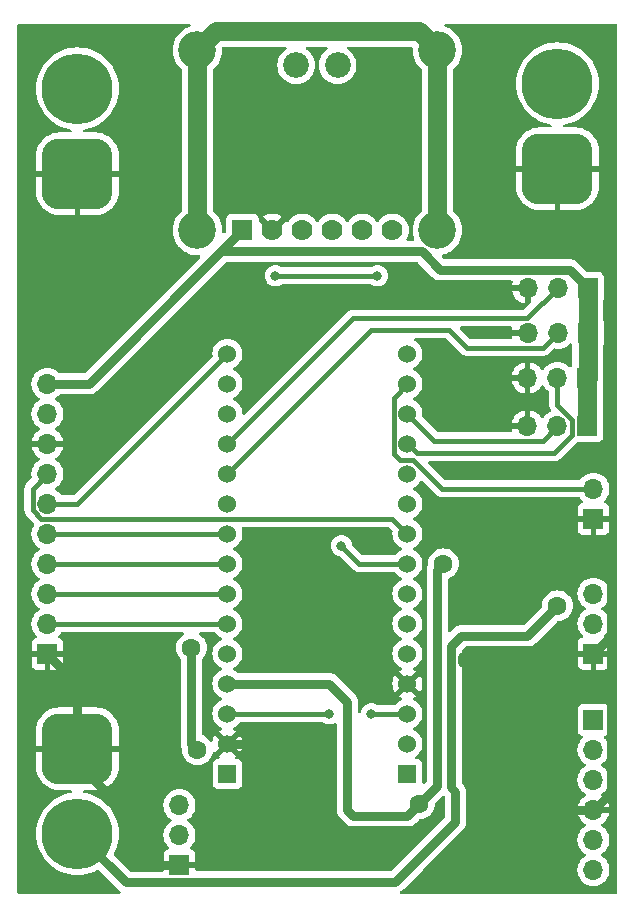
<source format=gbr>
%TF.GenerationSoftware,KiCad,Pcbnew,7.0.10-7.0.10~ubuntu22.04.1*%
%TF.CreationDate,2024-09-29T13:00:56+02:00*%
%TF.ProjectId,kicad,6b696361-642e-46b6-9963-61645f706362,rev?*%
%TF.SameCoordinates,Original*%
%TF.FileFunction,Copper,L2,Bot*%
%TF.FilePolarity,Positive*%
%FSLAX46Y46*%
G04 Gerber Fmt 4.6, Leading zero omitted, Abs format (unit mm)*
G04 Created by KiCad (PCBNEW 7.0.10-7.0.10~ubuntu22.04.1) date 2024-09-29 13:00:56*
%MOMM*%
%LPD*%
G01*
G04 APERTURE LIST*
G04 Aperture macros list*
%AMRoundRect*
0 Rectangle with rounded corners*
0 $1 Rounding radius*
0 $2 $3 $4 $5 $6 $7 $8 $9 X,Y pos of 4 corners*
0 Add a 4 corners polygon primitive as box body*
4,1,4,$2,$3,$4,$5,$6,$7,$8,$9,$2,$3,0*
0 Add four circle primitives for the rounded corners*
1,1,$1+$1,$2,$3*
1,1,$1+$1,$4,$5*
1,1,$1+$1,$6,$7*
1,1,$1+$1,$8,$9*
0 Add four rect primitives between the rounded corners*
20,1,$1+$1,$2,$3,$4,$5,0*
20,1,$1+$1,$4,$5,$6,$7,0*
20,1,$1+$1,$6,$7,$8,$9,0*
20,1,$1+$1,$8,$9,$2,$3,0*%
G04 Aperture macros list end*
%TA.AperFunction,ComponentPad*%
%ADD10R,1.700000X1.700000*%
%TD*%
%TA.AperFunction,ComponentPad*%
%ADD11O,1.700000X1.700000*%
%TD*%
%TA.AperFunction,ComponentPad*%
%ADD12C,1.530000*%
%TD*%
%TA.AperFunction,ComponentPad*%
%ADD13R,1.530000X1.530000*%
%TD*%
%TA.AperFunction,ComponentPad*%
%ADD14R,1.778000X1.778000*%
%TD*%
%TA.AperFunction,ComponentPad*%
%ADD15C,1.778000*%
%TD*%
%TA.AperFunction,ComponentPad*%
%ADD16C,3.200000*%
%TD*%
%TA.AperFunction,ComponentPad*%
%ADD17C,2.184400*%
%TD*%
%TA.AperFunction,ComponentPad*%
%ADD18RoundRect,1.500000X-1.500000X1.500000X-1.500000X-1.500000X1.500000X-1.500000X1.500000X1.500000X0*%
%TD*%
%TA.AperFunction,ComponentPad*%
%ADD19C,6.000000*%
%TD*%
%TA.AperFunction,ComponentPad*%
%ADD20RoundRect,1.500000X1.500000X-1.500000X1.500000X1.500000X-1.500000X1.500000X-1.500000X-1.500000X0*%
%TD*%
%TA.AperFunction,ViaPad*%
%ADD21C,0.800000*%
%TD*%
%TA.AperFunction,ViaPad*%
%ADD22C,1.600000*%
%TD*%
%TA.AperFunction,Conductor*%
%ADD23C,0.400000*%
%TD*%
%TA.AperFunction,Conductor*%
%ADD24C,0.800000*%
%TD*%
%TA.AperFunction,Conductor*%
%ADD25C,1.600000*%
%TD*%
G04 APERTURE END LIST*
D10*
%TO.P,J9,1,Pin_1*%
%TO.N,GND*%
X112268000Y-127127000D03*
D11*
%TO.P,J9,2,Pin_2*%
%TO.N,VCP_RX*%
X112268000Y-124587000D03*
%TO.P,J9,3,Pin_3*%
%TO.N,VCP_TX*%
X112268000Y-122047000D03*
%TD*%
D12*
%TO.P,U5,CN3_15,PB4*%
%TO.N,LED_RED*%
X131572000Y-83820000D03*
%TO.P,U5,CN3_14,PB5*%
%TO.N,MOTOR_EN*%
X131572000Y-86360000D03*
%TO.P,U5,CN3_13,PA11*%
%TO.N,PPM_OUT_1*%
X131572000Y-88900000D03*
%TO.P,U5,CN3_12,PA8*%
%TO.N,PPM_OUT_0*%
X131572000Y-91440000D03*
%TO.P,U5,CN3_11,PC15*%
%TO.N,unconnected-(U5A-PC15-PadCN3_11)*%
X131572000Y-93980000D03*
%TO.P,U5,CN3_10,PC14*%
%TO.N,unconnected-(U5A-PC14-PadCN3_10)*%
X131572000Y-96520000D03*
%TO.P,U5,CN3_9,PB1*%
%TO.N,PB1*%
X131572000Y-99060000D03*
%TO.P,U5,CN3_8,PB6*%
%TO.N,SCL*%
X131572000Y-101600000D03*
%TO.P,U5,CN3_7,PB7*%
%TO.N,SDA*%
X131572000Y-104140000D03*
%TO.P,U5,CN3_6,PB0*%
%TO.N,LED_GREEN*%
X131572000Y-106680000D03*
%TO.P,U5,CN3_5,PA12*%
%TO.N,BUTTON*%
X131572000Y-109220000D03*
%TO.P,U5,CN3_4,GND_CN3*%
%TO.N,GND*%
X131572000Y-111760000D03*
%TO.P,U5,CN3_3,NRST_CN3*%
%TO.N,NRST*%
X131572000Y-114300000D03*
%TO.P,U5,CN3_2,PA10*%
%TO.N,UART_RX*%
X131572000Y-116840000D03*
D13*
%TO.P,U5,CN3_1,PA9*%
%TO.N,UART_TX*%
X131572000Y-119380000D03*
D12*
%TO.P,U5,CN4_15,PB3*%
%TO.N,PB3*%
X116332000Y-83820000D03*
%TO.P,U5,CN4_14,+3V3*%
%TO.N,3V3*%
X116332000Y-86360000D03*
%TO.P,U5,CN4_13,AREF*%
X116332000Y-88900000D03*
%TO.P,U5,CN4_12,PA0*%
%TO.N,PPM_IN_0*%
X116332000Y-91440000D03*
%TO.P,U5,CN4_11,PA1*%
%TO.N,PPM_IN_1*%
X116332000Y-93980000D03*
%TO.P,U5,CN4_10,PA3*%
%TO.N,VCP_RX*%
X116332000Y-96520000D03*
%TO.P,U5,CN4_9,PA4*%
%TO.N,PA4*%
X116332000Y-99060000D03*
%TO.P,U5,CN4_8,PA5*%
%TO.N,PA5*%
X116332000Y-101600000D03*
%TO.P,U5,CN4_7,PA6*%
%TO.N,PA6*%
X116332000Y-104140000D03*
%TO.P,U5,CN4_6,PA7*%
%TO.N,PA7*%
X116332000Y-106680000D03*
%TO.P,U5,CN4_5,PA2*%
%TO.N,VCP_TX*%
X116332000Y-109220000D03*
%TO.P,U5,CN4_4,+5V*%
%TO.N,5V*%
X116332000Y-111760000D03*
%TO.P,U5,CN4_3,NRST_CN4*%
%TO.N,NRST*%
X116332000Y-114300000D03*
%TO.P,U5,CN4_2,GND_CN4*%
%TO.N,GND*%
X116332000Y-116840000D03*
D13*
%TO.P,U5,CN4_1,VIN*%
%TO.N,3V3*%
X116332000Y-119380000D03*
%TD*%
D14*
%TO.P,U1,1,VCC*%
%TO.N,5V*%
X117602000Y-73357500D03*
D15*
%TO.P,U1,2,GND*%
%TO.N,GND*%
X120142000Y-73357500D03*
%TO.P,U1,3,SCL*%
%TO.N,SCL*%
X122682000Y-73357500D03*
%TO.P,U1,4,SDA*%
%TO.N,SDA*%
X125222000Y-73357500D03*
%TO.P,U1,5,VIN-*%
%TO.N,MOTOR_OUT*%
X127762000Y-73357500D03*
%TO.P,U1,6,VIN+*%
%TO.N,SOLAR_IN*%
X130302000Y-73357500D03*
D16*
%TO.P,U1,SH1,SHIELD*%
%TO.N,unconnected-(U1-SHIELD-PadSH1)*%
X113792000Y-58117500D03*
%TO.P,U1,SH2,SHIELD*%
X134112000Y-58117500D03*
%TO.P,U1,SH3,SHIELD*%
X113792000Y-73357500D03*
%TO.P,U1,SH4,SHIELD*%
X134112000Y-73357500D03*
D17*
%TO.P,U1,VIN+,VIN+*%
%TO.N,SOLAR_IN*%
X125652000Y-59387500D03*
%TO.P,U1,VIN-,VIN-*%
%TO.N,MOTOR_OUT*%
X122152000Y-59387500D03*
%TD*%
D10*
%TO.P,J5,1,Pin_1*%
%TO.N,5V*%
X146812000Y-89916000D03*
D11*
%TO.P,J5,2,Pin_2*%
%TO.N,PPM_OUT_1*%
X144272000Y-89916000D03*
%TO.P,J5,3,Pin_3*%
%TO.N,GND*%
X141732000Y-89916000D03*
%TD*%
%TO.P,J6,10,Pin_10*%
%TO.N,5V*%
X101092000Y-86360000D03*
%TO.P,J6,9,Pin_9*%
%TO.N,3V3*%
X101092000Y-88900000D03*
%TO.P,J6,8,Pin_8*%
%TO.N,GND*%
X101092000Y-91440000D03*
%TO.P,J6,7,Pin_7*%
%TO.N,PB1*%
X101092000Y-93980000D03*
%TO.P,J6,6,Pin_6*%
%TO.N,PB3*%
X101092000Y-96520000D03*
%TO.P,J6,5,Pin_5*%
%TO.N,PA4*%
X101092000Y-99060000D03*
%TO.P,J6,4,Pin_4*%
%TO.N,PA5*%
X101092000Y-101600000D03*
%TO.P,J6,3,Pin_3*%
%TO.N,PA6*%
X101092000Y-104140000D03*
%TO.P,J6,2,Pin_2*%
%TO.N,PA7*%
X101092000Y-106680000D03*
D10*
%TO.P,J6,1,Pin_1*%
%TO.N,GND*%
X101092000Y-109220000D03*
%TD*%
%TO.P,J3,1,Pin_1*%
%TO.N,5V*%
X146827000Y-82042000D03*
D11*
%TO.P,J3,2,Pin_2*%
%TO.N,PPM_IN_1*%
X144287000Y-82042000D03*
%TO.P,J3,3,Pin_3*%
%TO.N,GND*%
X141747000Y-82042000D03*
%TD*%
D18*
%TO.P,J1,1,Pin_1*%
%TO.N,GND*%
X103632000Y-117260000D03*
D19*
%TO.P,J1,2,Pin_2*%
%TO.N,VIN*%
X103632000Y-124460000D03*
%TD*%
D20*
%TO.P,J7,1,Pin_1*%
%TO.N,GND*%
X144272000Y-68160000D03*
D19*
%TO.P,J7,2,Pin_2*%
%TO.N,SOLAR_IN*%
X144272000Y-60960000D03*
%TD*%
D11*
%TO.P,J2,3,Pin_3*%
%TO.N,GND*%
X141747000Y-78232000D03*
%TO.P,J2,2,Pin_2*%
%TO.N,PPM_IN_0*%
X144287000Y-78232000D03*
D10*
%TO.P,J2,1,Pin_1*%
%TO.N,5V*%
X146827000Y-78232000D03*
%TD*%
D11*
%TO.P,J11,3,Pin_3*%
%TO.N,SDA*%
X147320000Y-104125000D03*
%TO.P,J11,2,Pin_2*%
%TO.N,SCL*%
X147320000Y-106665000D03*
D10*
%TO.P,J11,1,Pin_1*%
%TO.N,GND*%
X147320000Y-109205000D03*
%TD*%
%TO.P,J4,1,Pin_1*%
%TO.N,5V*%
X146812000Y-85852000D03*
D11*
%TO.P,J4,2,Pin_2*%
%TO.N,PPM_OUT_0*%
X144272000Y-85852000D03*
%TO.P,J4,3,Pin_3*%
%TO.N,GND*%
X141732000Y-85852000D03*
%TD*%
D10*
%TO.P,J10,1,Pin_1*%
%TO.N,unconnected-(J10-Pin_1-Pad1)*%
X147320000Y-114808000D03*
D11*
%TO.P,J10,2,Pin_2*%
%TO.N,Net-(J10-Pin_2)*%
X147320000Y-117348000D03*
%TO.P,J10,3,Pin_3*%
%TO.N,UART_TX*%
X147320000Y-119888000D03*
%TO.P,J10,4,Pin_4*%
%TO.N,GND*%
X147320000Y-122428000D03*
%TO.P,J10,5,Pin_5*%
%TO.N,5V*%
X147320000Y-124968000D03*
%TO.P,J10,6,Pin_6*%
%TO.N,unconnected-(J10-Pin_6-Pad6)*%
X147320000Y-127508000D03*
%TD*%
D20*
%TO.P,J8,1,Pin_1*%
%TO.N,GND*%
X103632000Y-68580000D03*
D19*
%TO.P,J8,2,Pin_2*%
%TO.N,MOTOR_OUT*%
X103632000Y-61380000D03*
%TD*%
D10*
%TO.P,J12,1,Pin_1*%
%TO.N,GND*%
X147320000Y-97790000D03*
D11*
%TO.P,J12,2,Pin_2*%
%TO.N,MOTOR_EN*%
X147320000Y-95250000D03*
%TD*%
D21*
%TO.N,NRST*%
X124968000Y-114300000D03*
X128524000Y-114300000D03*
D22*
%TO.N,5V*%
X132588000Y-121920000D03*
%TO.N,GND*%
X137160000Y-115824000D03*
%TO.N,VIN*%
X144272000Y-105156000D03*
%TO.N,GND*%
X119380000Y-117856000D03*
X136652000Y-109728000D03*
X136652000Y-104140000D03*
X143256000Y-102108000D03*
X146812000Y-100584000D03*
%TO.N,5V*%
X134620000Y-101600000D03*
%TO.N,3V3*%
X113284000Y-108712000D03*
X113792000Y-117348000D03*
D21*
%TO.N,LED_RED*%
X120396000Y-77216000D03*
X129032000Y-77216000D03*
%TO.N,SCL*%
X125984000Y-100076000D03*
%TD*%
D23*
%TO.N,NRST*%
X124968000Y-114300000D02*
X116332000Y-114300000D01*
X131572000Y-114300000D02*
X128524000Y-114300000D01*
D24*
%TO.N,5V*%
X134620000Y-101600000D02*
X134112000Y-102108000D01*
X134112000Y-102108000D02*
X134112000Y-120396000D01*
X134112000Y-120396000D02*
X131572000Y-122936000D01*
X131572000Y-122936000D02*
X127000000Y-122936000D01*
X124968000Y-111760000D02*
X116332000Y-111760000D01*
X127000000Y-122936000D02*
X126492000Y-122428000D01*
X126492000Y-122428000D02*
X126492000Y-113284000D01*
X126492000Y-113284000D02*
X124968000Y-111760000D01*
%TO.N,VIN*%
X107749000Y-128577000D02*
X113718000Y-128577000D01*
X136144000Y-107696000D02*
X141732000Y-107696000D01*
X103632000Y-124460000D02*
X107749000Y-128577000D01*
X113718000Y-128577000D02*
X113771000Y-128524000D01*
X130556000Y-128524000D02*
X135636000Y-123444000D01*
X113771000Y-128524000D02*
X130556000Y-128524000D01*
X135636000Y-123444000D02*
X135636000Y-120904000D01*
X135252000Y-108588000D02*
X136144000Y-107696000D01*
X135636000Y-120904000D02*
X135252000Y-120520000D01*
X135252000Y-120520000D02*
X135252000Y-108588000D01*
X141732000Y-107696000D02*
X144272000Y-105156000D01*
%TO.N,GND*%
X109220000Y-124079000D02*
X109220000Y-125984000D01*
X103632000Y-118491000D02*
X109220000Y-124079000D01*
X103632000Y-117260000D02*
X103632000Y-118491000D01*
X109220000Y-125984000D02*
X110363000Y-127127000D01*
X110363000Y-127127000D02*
X112268000Y-127127000D01*
X116332000Y-116840000D02*
X118364000Y-116840000D01*
X118364000Y-116840000D02*
X119380000Y-117856000D01*
X137160000Y-110236000D02*
X136652000Y-109728000D01*
X137160000Y-116840000D02*
X137160000Y-110236000D01*
X103632000Y-117260000D02*
X103632000Y-111760000D01*
X103632000Y-111760000D02*
X101092000Y-109220000D01*
X142748000Y-122428000D02*
X137160000Y-116840000D01*
X147320000Y-122428000D02*
X142748000Y-122428000D01*
X148770000Y-107755000D02*
X148770000Y-120978000D01*
X148770000Y-120978000D02*
X147320000Y-122428000D01*
X138684000Y-102108000D02*
X136652000Y-104140000D01*
X143256000Y-102108000D02*
X138684000Y-102108000D01*
X146812000Y-100584000D02*
X148770000Y-102542000D01*
X148770000Y-102542000D02*
X148770000Y-107755000D01*
X148770000Y-107755000D02*
X147320000Y-109205000D01*
X145288000Y-102108000D02*
X143256000Y-102108000D01*
X146812000Y-100584000D02*
X145288000Y-102108000D01*
%TO.N,5V*%
X115799750Y-75159750D02*
X117602000Y-73357500D01*
X104599500Y-86360000D02*
X115799750Y-75159750D01*
X115799750Y-75159750D02*
X132802980Y-75159750D01*
X132802980Y-75159750D02*
X134351230Y-76708000D01*
X134351230Y-76708000D02*
X145303000Y-76708000D01*
X145303000Y-76708000D02*
X146827000Y-78232000D01*
X101092000Y-86360000D02*
X104599500Y-86360000D01*
%TO.N,3V3*%
X113284000Y-116840000D02*
X113284000Y-108712000D01*
X113792000Y-117348000D02*
X113284000Y-116840000D01*
D23*
%TO.N,PB1*%
X101092000Y-93980000D02*
X99842000Y-95230000D01*
X99842000Y-95230000D02*
X99842000Y-97037767D01*
X100574233Y-97770000D02*
X130282000Y-97770000D01*
X99842000Y-97037767D02*
X100574233Y-97770000D01*
X130282000Y-97770000D02*
X131572000Y-99060000D01*
%TO.N,PB3*%
X101092000Y-96520000D02*
X103632000Y-96520000D01*
X103632000Y-96520000D02*
X116332000Y-83820000D01*
%TO.N,PA7*%
X116332000Y-106680000D02*
X101092000Y-106680000D01*
%TO.N,PA6*%
X101092000Y-104140000D02*
X116332000Y-104140000D01*
%TO.N,PA5*%
X116332000Y-101600000D02*
X101092000Y-101600000D01*
%TO.N,PA4*%
X101092000Y-99060000D02*
X116332000Y-99060000D01*
%TO.N,LED_RED*%
X129032000Y-77216000D02*
X120396000Y-77216000D01*
%TO.N,MOTOR_EN*%
X131572000Y-86360000D02*
X130407000Y-87525000D01*
X130407000Y-87525000D02*
X130407000Y-92306999D01*
X130407000Y-92306999D02*
X130915001Y-92815000D01*
X130915001Y-92815000D02*
X132054559Y-92815000D01*
X132054559Y-92815000D02*
X134489559Y-95250000D01*
X134489559Y-95250000D02*
X147320000Y-95250000D01*
%TO.N,PPM_OUT_0*%
X144272000Y-85852000D02*
X144272000Y-88148233D01*
X144272000Y-88148233D02*
X145522000Y-89398233D01*
X145522000Y-89398233D02*
X145522000Y-90698000D01*
X145522000Y-90698000D02*
X144015000Y-92205000D01*
X132337000Y-92205000D02*
X131572000Y-91440000D01*
X144015000Y-92205000D02*
X132337000Y-92205000D01*
%TO.N,PPM_OUT_1*%
X144272000Y-89916000D02*
X143022000Y-91166000D01*
X143022000Y-91166000D02*
X133838000Y-91166000D01*
X133838000Y-91166000D02*
X131572000Y-88900000D01*
%TO.N,PPM_IN_1*%
X136632000Y-83292000D02*
X135128000Y-81788000D01*
X143037000Y-83292000D02*
X136632000Y-83292000D01*
X144287000Y-82042000D02*
X143037000Y-83292000D01*
X135128000Y-81788000D02*
X128524000Y-81788000D01*
X128524000Y-81788000D02*
X116332000Y-93980000D01*
%TO.N,PPM_IN_0*%
X144287000Y-78232000D02*
X141727000Y-80792000D01*
X141727000Y-80792000D02*
X126980000Y-80792000D01*
X126980000Y-80792000D02*
X116332000Y-91440000D01*
D25*
%TO.N,5V*%
X146812000Y-85852000D02*
X146812000Y-89916000D01*
X146827000Y-78232000D02*
X146827000Y-85837000D01*
X146827000Y-85837000D02*
X146812000Y-85852000D01*
%TO.N,unconnected-(U1-SHIELD-PadSH1)*%
X113792000Y-58117500D02*
X113792000Y-73357500D01*
X134112000Y-58117500D02*
X134112000Y-73357500D01*
X113792000Y-58117500D02*
X115392000Y-56517500D01*
X115392000Y-56517500D02*
X132512000Y-56517500D01*
X132512000Y-56517500D02*
X134112000Y-58117500D01*
D23*
%TO.N,SCL*%
X131572000Y-101600000D02*
X127508000Y-101600000D01*
X127508000Y-101600000D02*
X125984000Y-100076000D01*
%TD*%
%TA.AperFunction,Conductor*%
%TO.N,GND*%
G36*
X113155340Y-55900185D02*
G01*
X113201095Y-55952989D01*
X113211039Y-56022147D01*
X113182014Y-56085703D01*
X113123236Y-56123477D01*
X113121804Y-56123888D01*
X113086942Y-56133656D01*
X113086939Y-56133656D01*
X113086936Y-56133658D01*
X113086935Y-56133658D01*
X112823382Y-56248134D01*
X112577853Y-56397444D01*
X112354950Y-56578789D01*
X112158812Y-56788799D01*
X111993098Y-57023564D01*
X111860894Y-57278706D01*
X111764667Y-57549462D01*
X111764666Y-57549465D01*
X111706201Y-57830819D01*
X111686592Y-58117500D01*
X111706201Y-58404180D01*
X111764666Y-58685534D01*
X111764667Y-58685537D01*
X111860894Y-58956293D01*
X111860893Y-58956293D01*
X111993098Y-59211435D01*
X111993099Y-59211436D01*
X112158811Y-59446198D01*
X112354947Y-59656208D01*
X112445755Y-59730085D01*
X112485335Y-59787662D01*
X112491500Y-59826273D01*
X112491500Y-71648726D01*
X112471815Y-71715765D01*
X112445755Y-71744914D01*
X112354950Y-71818788D01*
X112158812Y-72028799D01*
X111993098Y-72263564D01*
X111860894Y-72518706D01*
X111764667Y-72789462D01*
X111764666Y-72789465D01*
X111706201Y-73070819D01*
X111686592Y-73357500D01*
X111706201Y-73644180D01*
X111706201Y-73644184D01*
X111706202Y-73644186D01*
X111708835Y-73656857D01*
X111764666Y-73925534D01*
X111764667Y-73925537D01*
X111860894Y-74196293D01*
X111860893Y-74196293D01*
X111993098Y-74451435D01*
X112158812Y-74686200D01*
X112243923Y-74777331D01*
X112354947Y-74896208D01*
X112577853Y-75077555D01*
X112823382Y-75226865D01*
X113010237Y-75308026D01*
X113086942Y-75341344D01*
X113363642Y-75418871D01*
X113613920Y-75453271D01*
X113648321Y-75458000D01*
X113928638Y-75458000D01*
X113995677Y-75477685D01*
X114041432Y-75530489D01*
X114051376Y-75599647D01*
X114022351Y-75663203D01*
X114016319Y-75669681D01*
X104262820Y-85423181D01*
X104201497Y-85456666D01*
X104175139Y-85459500D01*
X102152758Y-85459500D01*
X102085719Y-85439815D01*
X102065077Y-85423181D01*
X101963402Y-85321506D01*
X101963395Y-85321501D01*
X101769834Y-85185967D01*
X101769830Y-85185965D01*
X101727609Y-85166277D01*
X101555663Y-85086097D01*
X101555659Y-85086096D01*
X101555655Y-85086094D01*
X101327413Y-85024938D01*
X101327403Y-85024936D01*
X101092001Y-85004341D01*
X101091999Y-85004341D01*
X100856596Y-85024936D01*
X100856586Y-85024938D01*
X100628344Y-85086094D01*
X100628335Y-85086098D01*
X100414171Y-85185964D01*
X100414169Y-85185965D01*
X100220597Y-85321505D01*
X100053505Y-85488597D01*
X99917965Y-85682169D01*
X99917964Y-85682171D01*
X99818098Y-85896335D01*
X99818094Y-85896344D01*
X99756938Y-86124586D01*
X99756936Y-86124596D01*
X99736341Y-86359999D01*
X99736341Y-86360000D01*
X99756936Y-86595403D01*
X99756938Y-86595413D01*
X99818094Y-86823655D01*
X99818096Y-86823659D01*
X99818097Y-86823663D01*
X99876416Y-86948728D01*
X99917965Y-87037830D01*
X99917967Y-87037834D01*
X100025572Y-87191508D01*
X100048122Y-87223714D01*
X100053501Y-87231395D01*
X100053506Y-87231402D01*
X100220597Y-87398493D01*
X100220603Y-87398498D01*
X100406158Y-87528425D01*
X100449783Y-87583002D01*
X100456977Y-87652500D01*
X100425454Y-87714855D01*
X100406158Y-87731575D01*
X100220597Y-87861505D01*
X100053505Y-88028597D01*
X99917965Y-88222169D01*
X99917964Y-88222171D01*
X99818098Y-88436335D01*
X99818094Y-88436344D01*
X99756938Y-88664586D01*
X99756936Y-88664596D01*
X99736341Y-88899999D01*
X99736341Y-88900000D01*
X99756936Y-89135403D01*
X99756938Y-89135413D01*
X99818094Y-89363655D01*
X99818096Y-89363659D01*
X99818097Y-89363663D01*
X99859526Y-89452507D01*
X99917965Y-89577830D01*
X99917967Y-89577834D01*
X99979702Y-89666000D01*
X100053505Y-89771401D01*
X100220599Y-89938495D01*
X100368419Y-90042000D01*
X100406594Y-90068730D01*
X100450219Y-90123307D01*
X100457413Y-90192805D01*
X100425890Y-90255160D01*
X100406595Y-90271880D01*
X100220922Y-90401890D01*
X100220920Y-90401891D01*
X100053891Y-90568920D01*
X100053886Y-90568926D01*
X99918400Y-90762420D01*
X99918399Y-90762422D01*
X99818570Y-90976507D01*
X99818567Y-90976513D01*
X99761364Y-91189999D01*
X99761364Y-91190000D01*
X100658314Y-91190000D01*
X100632507Y-91230156D01*
X100592000Y-91368111D01*
X100592000Y-91511889D01*
X100632507Y-91649844D01*
X100658314Y-91690000D01*
X99761364Y-91690000D01*
X99818567Y-91903486D01*
X99818570Y-91903492D01*
X99918399Y-92117578D01*
X100053894Y-92311082D01*
X100220917Y-92478105D01*
X100406595Y-92608119D01*
X100450219Y-92662696D01*
X100457412Y-92732195D01*
X100425890Y-92794549D01*
X100406595Y-92811269D01*
X100220594Y-92941508D01*
X100053505Y-93108597D01*
X99917965Y-93302169D01*
X99917964Y-93302171D01*
X99818098Y-93516335D01*
X99818094Y-93516344D01*
X99756938Y-93744586D01*
X99756936Y-93744596D01*
X99736341Y-93979999D01*
X99736341Y-93980000D01*
X99756937Y-94215409D01*
X99756937Y-94215410D01*
X99761442Y-94232225D01*
X99759776Y-94302075D01*
X99729347Y-94351994D01*
X99364290Y-94717051D01*
X99358838Y-94722183D01*
X99313819Y-94762068D01*
X99279649Y-94811569D01*
X99275213Y-94817597D01*
X99238124Y-94864938D01*
X99238119Y-94864948D01*
X99233960Y-94874188D01*
X99222942Y-94893723D01*
X99217187Y-94902061D01*
X99217179Y-94902076D01*
X99195853Y-94958305D01*
X99192989Y-94965220D01*
X99168305Y-95020068D01*
X99166477Y-95030042D01*
X99160453Y-95051653D01*
X99156860Y-95061127D01*
X99156860Y-95061128D01*
X99149610Y-95120827D01*
X99148483Y-95128227D01*
X99137642Y-95187389D01*
X99137642Y-95187395D01*
X99141274Y-95247432D01*
X99141500Y-95254920D01*
X99141500Y-97012845D01*
X99141274Y-97020333D01*
X99137642Y-97080370D01*
X99137642Y-97080372D01*
X99148483Y-97139537D01*
X99149610Y-97146938D01*
X99156859Y-97206638D01*
X99156860Y-97206641D01*
X99160451Y-97216110D01*
X99166474Y-97237713D01*
X99168304Y-97247697D01*
X99192991Y-97302549D01*
X99195854Y-97309461D01*
X99217182Y-97365697D01*
X99217183Y-97365698D01*
X99222936Y-97374033D01*
X99233961Y-97393580D01*
X99238120Y-97402822D01*
X99238124Y-97402827D01*
X99275215Y-97450170D01*
X99279655Y-97456205D01*
X99313812Y-97505691D01*
X99313816Y-97505696D01*
X99358828Y-97545572D01*
X99364283Y-97550707D01*
X99958792Y-98145216D01*
X99992277Y-98206539D01*
X99987293Y-98276231D01*
X99972687Y-98304019D01*
X99917964Y-98382172D01*
X99818097Y-98596335D01*
X99818094Y-98596344D01*
X99756938Y-98824586D01*
X99756936Y-98824596D01*
X99736341Y-99059999D01*
X99736341Y-99060000D01*
X99756936Y-99295403D01*
X99756938Y-99295413D01*
X99818094Y-99523655D01*
X99818096Y-99523659D01*
X99818097Y-99523663D01*
X99898069Y-99695163D01*
X99917965Y-99737830D01*
X99917967Y-99737834D01*
X100053501Y-99931395D01*
X100053506Y-99931402D01*
X100220597Y-100098493D01*
X100220603Y-100098498D01*
X100406158Y-100228425D01*
X100449783Y-100283002D01*
X100456977Y-100352500D01*
X100425454Y-100414855D01*
X100406158Y-100431575D01*
X100220597Y-100561505D01*
X100053505Y-100728597D01*
X99917965Y-100922169D01*
X99917964Y-100922171D01*
X99818098Y-101136335D01*
X99818094Y-101136344D01*
X99756938Y-101364586D01*
X99756936Y-101364596D01*
X99736341Y-101599999D01*
X99736341Y-101600000D01*
X99756936Y-101835403D01*
X99756938Y-101835413D01*
X99818094Y-102063655D01*
X99818096Y-102063659D01*
X99818097Y-102063663D01*
X99893245Y-102224817D01*
X99917965Y-102277830D01*
X99917967Y-102277834D01*
X100053501Y-102471395D01*
X100053506Y-102471402D01*
X100220597Y-102638493D01*
X100220603Y-102638498D01*
X100406158Y-102768425D01*
X100449783Y-102823002D01*
X100456977Y-102892500D01*
X100425454Y-102954855D01*
X100406158Y-102971575D01*
X100220597Y-103101505D01*
X100053505Y-103268597D01*
X99917965Y-103462169D01*
X99917964Y-103462171D01*
X99818098Y-103676335D01*
X99818094Y-103676344D01*
X99756938Y-103904586D01*
X99756936Y-103904596D01*
X99736341Y-104139999D01*
X99736341Y-104140000D01*
X99756936Y-104375403D01*
X99756938Y-104375413D01*
X99818094Y-104603655D01*
X99818096Y-104603659D01*
X99818097Y-104603663D01*
X99867451Y-104709502D01*
X99917965Y-104817830D01*
X99917967Y-104817834D01*
X100053501Y-105011395D01*
X100053506Y-105011402D01*
X100220597Y-105178493D01*
X100220603Y-105178498D01*
X100406158Y-105308425D01*
X100449783Y-105363002D01*
X100456977Y-105432500D01*
X100425454Y-105494855D01*
X100406158Y-105511575D01*
X100220597Y-105641505D01*
X100053505Y-105808597D01*
X99917965Y-106002169D01*
X99917964Y-106002171D01*
X99818098Y-106216335D01*
X99818094Y-106216344D01*
X99756938Y-106444586D01*
X99756936Y-106444596D01*
X99736341Y-106679999D01*
X99736341Y-106680000D01*
X99756936Y-106915403D01*
X99756938Y-106915413D01*
X99818094Y-107143655D01*
X99818096Y-107143659D01*
X99818097Y-107143663D01*
X99869846Y-107254638D01*
X99917965Y-107357830D01*
X99917967Y-107357834D01*
X100053501Y-107551395D01*
X100053506Y-107551402D01*
X100175818Y-107673714D01*
X100209303Y-107735037D01*
X100204319Y-107804729D01*
X100162447Y-107860662D01*
X100131471Y-107877577D01*
X99999912Y-107926646D01*
X99999906Y-107926649D01*
X99884812Y-108012809D01*
X99884809Y-108012812D01*
X99798649Y-108127906D01*
X99798645Y-108127913D01*
X99748403Y-108262620D01*
X99748401Y-108262627D01*
X99742000Y-108322155D01*
X99742000Y-108970000D01*
X100658314Y-108970000D01*
X100632507Y-109010156D01*
X100592000Y-109148111D01*
X100592000Y-109291889D01*
X100632507Y-109429844D01*
X100658314Y-109470000D01*
X99742000Y-109470000D01*
X99742000Y-110117844D01*
X99748401Y-110177372D01*
X99748403Y-110177379D01*
X99798645Y-110312086D01*
X99798649Y-110312093D01*
X99884809Y-110427187D01*
X99884812Y-110427190D01*
X99999906Y-110513350D01*
X99999913Y-110513354D01*
X100134620Y-110563596D01*
X100134627Y-110563598D01*
X100194155Y-110569999D01*
X100194172Y-110570000D01*
X100842000Y-110570000D01*
X100842000Y-109655501D01*
X100949685Y-109704680D01*
X101056237Y-109720000D01*
X101127763Y-109720000D01*
X101234315Y-109704680D01*
X101342000Y-109655501D01*
X101342000Y-110570000D01*
X101989828Y-110570000D01*
X101989844Y-110569999D01*
X102049372Y-110563598D01*
X102049379Y-110563596D01*
X102184086Y-110513354D01*
X102184093Y-110513350D01*
X102299187Y-110427190D01*
X102299190Y-110427187D01*
X102385350Y-110312093D01*
X102385354Y-110312086D01*
X102435596Y-110177379D01*
X102435598Y-110177372D01*
X102441999Y-110117844D01*
X102442000Y-110117827D01*
X102442000Y-109470000D01*
X101525686Y-109470000D01*
X101551493Y-109429844D01*
X101592000Y-109291889D01*
X101592000Y-109148111D01*
X101551493Y-109010156D01*
X101525686Y-108970000D01*
X102442000Y-108970000D01*
X102442000Y-108322172D01*
X102441999Y-108322155D01*
X102435598Y-108262627D01*
X102435596Y-108262620D01*
X102385354Y-108127913D01*
X102385350Y-108127906D01*
X102299190Y-108012812D01*
X102299187Y-108012809D01*
X102184093Y-107926649D01*
X102184088Y-107926646D01*
X102052528Y-107877577D01*
X101996595Y-107835705D01*
X101972178Y-107770241D01*
X101987030Y-107701968D01*
X102008175Y-107673720D01*
X102130495Y-107551401D01*
X102213136Y-107433376D01*
X102267713Y-107389752D01*
X102314711Y-107380500D01*
X112524949Y-107380500D01*
X112591988Y-107400185D01*
X112637743Y-107452989D01*
X112647687Y-107522147D01*
X112618662Y-107585703D01*
X112596072Y-107606075D01*
X112444858Y-107711954D01*
X112283954Y-107872858D01*
X112153432Y-108059265D01*
X112153431Y-108059267D01*
X112057261Y-108265502D01*
X112057258Y-108265511D01*
X111998366Y-108485302D01*
X111998364Y-108485313D01*
X111978532Y-108711998D01*
X111978532Y-108712001D01*
X111998364Y-108938686D01*
X111998366Y-108938697D01*
X112057258Y-109158488D01*
X112057261Y-109158497D01*
X112153431Y-109364732D01*
X112153432Y-109364734D01*
X112283951Y-109551137D01*
X112283952Y-109551138D01*
X112283953Y-109551139D01*
X112347182Y-109614368D01*
X112380666Y-109675689D01*
X112383500Y-109702048D01*
X112383500Y-116759373D01*
X112381973Y-116778772D01*
X112379781Y-116792611D01*
X112383330Y-116860335D01*
X112383500Y-116866824D01*
X112383500Y-116887188D01*
X112385628Y-116907448D01*
X112386136Y-116913909D01*
X112389686Y-116981643D01*
X112389688Y-116981653D01*
X112393315Y-116995189D01*
X112396860Y-117014314D01*
X112398325Y-117028249D01*
X112398326Y-117028256D01*
X112398328Y-117028262D01*
X112419282Y-117092755D01*
X112421125Y-117098976D01*
X112438679Y-117164486D01*
X112438684Y-117164498D01*
X112445043Y-117176978D01*
X112452488Y-117194949D01*
X112456820Y-117208282D01*
X112473689Y-117237500D01*
X112490160Y-117305401D01*
X112489829Y-117310305D01*
X112486532Y-117347996D01*
X112486532Y-117348001D01*
X112506364Y-117574686D01*
X112506366Y-117574697D01*
X112565258Y-117794488D01*
X112565261Y-117794497D01*
X112661431Y-118000732D01*
X112661432Y-118000734D01*
X112791954Y-118187141D01*
X112952858Y-118348045D01*
X112952861Y-118348047D01*
X113139266Y-118478568D01*
X113345504Y-118574739D01*
X113565308Y-118633635D01*
X113727230Y-118647801D01*
X113791998Y-118653468D01*
X113792000Y-118653468D01*
X113792002Y-118653468D01*
X113848673Y-118648509D01*
X114018692Y-118633635D01*
X114238496Y-118574739D01*
X114444734Y-118478568D01*
X114631139Y-118348047D01*
X114792047Y-118187139D01*
X114922568Y-118000734D01*
X115018739Y-117794496D01*
X115070950Y-117599640D01*
X115107312Y-117539984D01*
X115170159Y-117509454D01*
X115239535Y-117517748D01*
X115266047Y-117539287D01*
X115278105Y-117540342D01*
X115840866Y-116977580D01*
X115863318Y-117054040D01*
X115942605Y-117177413D01*
X116053438Y-117273451D01*
X116186839Y-117334373D01*
X116190633Y-117334918D01*
X115631656Y-117893894D01*
X115632041Y-117898284D01*
X115668185Y-117943500D01*
X115675379Y-118012999D01*
X115643857Y-118075354D01*
X115583628Y-118110768D01*
X115553440Y-118114500D01*
X115519131Y-118114500D01*
X115519123Y-118114501D01*
X115459516Y-118120908D01*
X115324671Y-118171202D01*
X115324664Y-118171206D01*
X115209455Y-118257452D01*
X115209452Y-118257455D01*
X115123206Y-118372664D01*
X115123202Y-118372671D01*
X115072908Y-118507517D01*
X115066501Y-118567116D01*
X115066501Y-118567123D01*
X115066500Y-118567135D01*
X115066500Y-120192870D01*
X115066501Y-120192876D01*
X115072908Y-120252483D01*
X115123202Y-120387328D01*
X115123206Y-120387335D01*
X115209452Y-120502544D01*
X115209455Y-120502547D01*
X115324664Y-120588793D01*
X115324671Y-120588797D01*
X115459517Y-120639091D01*
X115459516Y-120639091D01*
X115466444Y-120639835D01*
X115519127Y-120645500D01*
X117144872Y-120645499D01*
X117204483Y-120639091D01*
X117339331Y-120588796D01*
X117454546Y-120502546D01*
X117540796Y-120387331D01*
X117591091Y-120252483D01*
X117597500Y-120192873D01*
X117597499Y-118567128D01*
X117591091Y-118507517D01*
X117580293Y-118478567D01*
X117540797Y-118372671D01*
X117540793Y-118372664D01*
X117454547Y-118257455D01*
X117454544Y-118257452D01*
X117339335Y-118171206D01*
X117339328Y-118171202D01*
X117204482Y-118120908D01*
X117204483Y-118120908D01*
X117144883Y-118114501D01*
X117144881Y-118114500D01*
X117144873Y-118114500D01*
X117144865Y-118114500D01*
X117110563Y-118114500D01*
X117043524Y-118094815D01*
X116997769Y-118042011D01*
X116987825Y-117972853D01*
X117016850Y-117909297D01*
X117032206Y-117895447D01*
X117032342Y-117893894D01*
X116473366Y-117334918D01*
X116477161Y-117334373D01*
X116610562Y-117273451D01*
X116721395Y-117177413D01*
X116800682Y-117054040D01*
X116823132Y-116977580D01*
X117385894Y-117540342D01*
X117431706Y-117474915D01*
X117525250Y-117274309D01*
X117525254Y-117274300D01*
X117582538Y-117060509D01*
X117582540Y-117060499D01*
X117601832Y-116840000D01*
X117601832Y-116839999D01*
X117582540Y-116619500D01*
X117582538Y-116619490D01*
X117525254Y-116405699D01*
X117525250Y-116405690D01*
X117431707Y-116205085D01*
X117431706Y-116205083D01*
X117385894Y-116139657D01*
X117385894Y-116139656D01*
X116823132Y-116702418D01*
X116800682Y-116625960D01*
X116721395Y-116502587D01*
X116610562Y-116406549D01*
X116477161Y-116345627D01*
X116473366Y-116345081D01*
X117032342Y-115786105D01*
X117032341Y-115786103D01*
X116966919Y-115740295D01*
X116843316Y-115682657D01*
X116790877Y-115636484D01*
X116771725Y-115569291D01*
X116791941Y-115502410D01*
X116843312Y-115457895D01*
X116967167Y-115400142D01*
X117148555Y-115273132D01*
X117305132Y-115116555D01*
X117349371Y-115053374D01*
X117403947Y-115009752D01*
X117450945Y-115000500D01*
X124359844Y-115000500D01*
X124426883Y-115020185D01*
X124432729Y-115024182D01*
X124515265Y-115084148D01*
X124515270Y-115084151D01*
X124688192Y-115161142D01*
X124688197Y-115161144D01*
X124873354Y-115200500D01*
X124873355Y-115200500D01*
X125062644Y-115200500D01*
X125062646Y-115200500D01*
X125247803Y-115161144D01*
X125417064Y-115085782D01*
X125486314Y-115076498D01*
X125549590Y-115106126D01*
X125586804Y-115165260D01*
X125591500Y-115199062D01*
X125591500Y-122347373D01*
X125589973Y-122366772D01*
X125587781Y-122380611D01*
X125591330Y-122448335D01*
X125591500Y-122454824D01*
X125591500Y-122475188D01*
X125593628Y-122495448D01*
X125594136Y-122501909D01*
X125597686Y-122569643D01*
X125597688Y-122569653D01*
X125601315Y-122583189D01*
X125604860Y-122602314D01*
X125606325Y-122616249D01*
X125606326Y-122616256D01*
X125606328Y-122616262D01*
X125627282Y-122680755D01*
X125629125Y-122686976D01*
X125646679Y-122752486D01*
X125646684Y-122752498D01*
X125653043Y-122764978D01*
X125660488Y-122782949D01*
X125664820Y-122796282D01*
X125698726Y-122855009D01*
X125701822Y-122860712D01*
X125732616Y-122921147D01*
X125732620Y-122921153D01*
X125741438Y-122932043D01*
X125752454Y-122948070D01*
X125759465Y-122960213D01*
X125759470Y-122960220D01*
X125804855Y-123010627D01*
X125809063Y-123015554D01*
X125821883Y-123031383D01*
X125836275Y-123045775D01*
X125840743Y-123050483D01*
X125873333Y-123086677D01*
X125886129Y-123100888D01*
X125894981Y-123107319D01*
X125897468Y-123109126D01*
X125912265Y-123121764D01*
X126306235Y-123515734D01*
X126318869Y-123530525D01*
X126327112Y-123541871D01*
X126327113Y-123541872D01*
X126377515Y-123587254D01*
X126382207Y-123591706D01*
X126389676Y-123599175D01*
X126396620Y-123606119D01*
X126412441Y-123618931D01*
X126417376Y-123623146D01*
X126467781Y-123668531D01*
X126467782Y-123668531D01*
X126467784Y-123668533D01*
X126467786Y-123668534D01*
X126479918Y-123675538D01*
X126495955Y-123686560D01*
X126506849Y-123695382D01*
X126506851Y-123695383D01*
X126567287Y-123726176D01*
X126572975Y-123729265D01*
X126631707Y-123763174D01*
X126631714Y-123763178D01*
X126631716Y-123763179D01*
X126645046Y-123767510D01*
X126663019Y-123774954D01*
X126675512Y-123781320D01*
X126722387Y-123793879D01*
X126741016Y-123798871D01*
X126747219Y-123800707D01*
X126811744Y-123821674D01*
X126822116Y-123822763D01*
X126825684Y-123823139D01*
X126844825Y-123826687D01*
X126858348Y-123830311D01*
X126858354Y-123830312D01*
X126926089Y-123833861D01*
X126932508Y-123834366D01*
X126952808Y-123836500D01*
X126973180Y-123836500D01*
X126979669Y-123836669D01*
X127047388Y-123840219D01*
X127061228Y-123838027D01*
X127080627Y-123836500D01*
X131491373Y-123836500D01*
X131510772Y-123838027D01*
X131524612Y-123840219D01*
X131592337Y-123836670D01*
X131598826Y-123836500D01*
X131619191Y-123836500D01*
X131619192Y-123836500D01*
X131630393Y-123835322D01*
X131639448Y-123834371D01*
X131645906Y-123833862D01*
X131713646Y-123830313D01*
X131727187Y-123826683D01*
X131746313Y-123823138D01*
X131760256Y-123821674D01*
X131824786Y-123800706D01*
X131830951Y-123798880D01*
X131896488Y-123781320D01*
X131908976Y-123774956D01*
X131926950Y-123767510D01*
X131940284Y-123763179D01*
X131999051Y-123729248D01*
X132004693Y-123726185D01*
X132065149Y-123695383D01*
X132076031Y-123686569D01*
X132092083Y-123675537D01*
X132092679Y-123675193D01*
X132104216Y-123668533D01*
X132154654Y-123623117D01*
X132159540Y-123618945D01*
X132175380Y-123606119D01*
X132189801Y-123591696D01*
X132194484Y-123587254D01*
X132244888Y-123541871D01*
X132253130Y-123530525D01*
X132265760Y-123515737D01*
X132521053Y-123260444D01*
X132582374Y-123226961D01*
X132597914Y-123224600D01*
X132814692Y-123205635D01*
X133034496Y-123146739D01*
X133240734Y-123050568D01*
X133427139Y-122920047D01*
X133588047Y-122759139D01*
X133718568Y-122572734D01*
X133814739Y-122366496D01*
X133873635Y-122146692D01*
X133892599Y-121929922D01*
X133918051Y-121864856D01*
X133928438Y-121853059D01*
X134523819Y-121257679D01*
X134585142Y-121224194D01*
X134654834Y-121229178D01*
X134710767Y-121271050D01*
X134735184Y-121336514D01*
X134735500Y-121345360D01*
X134735500Y-123019638D01*
X134715815Y-123086677D01*
X134699181Y-123107319D01*
X130219320Y-127587181D01*
X130157997Y-127620666D01*
X130131639Y-127623500D01*
X113851627Y-127623500D01*
X113832228Y-127621973D01*
X113818389Y-127619781D01*
X113818388Y-127619781D01*
X113776563Y-127621973D01*
X113750670Y-127623330D01*
X113744180Y-127623500D01*
X113742000Y-127623500D01*
X113674961Y-127603815D01*
X113629206Y-127551011D01*
X113618000Y-127499500D01*
X113618000Y-127377000D01*
X112701686Y-127377000D01*
X112727493Y-127336844D01*
X112768000Y-127198889D01*
X112768000Y-127055111D01*
X112727493Y-126917156D01*
X112701686Y-126877000D01*
X113618000Y-126877000D01*
X113618000Y-126229172D01*
X113617999Y-126229155D01*
X113611598Y-126169627D01*
X113611596Y-126169620D01*
X113561354Y-126034913D01*
X113561350Y-126034906D01*
X113475190Y-125919812D01*
X113475187Y-125919809D01*
X113360093Y-125833649D01*
X113360088Y-125833646D01*
X113228528Y-125784577D01*
X113172595Y-125742705D01*
X113148178Y-125677241D01*
X113163030Y-125608968D01*
X113184175Y-125580720D01*
X113306495Y-125458401D01*
X113442035Y-125264830D01*
X113541903Y-125050663D01*
X113603063Y-124822408D01*
X113623659Y-124587000D01*
X113603063Y-124351592D01*
X113543919Y-124130860D01*
X113541905Y-124123344D01*
X113541904Y-124123343D01*
X113541903Y-124123337D01*
X113442035Y-123909171D01*
X113419307Y-123876711D01*
X113306494Y-123715597D01*
X113139402Y-123548506D01*
X113139396Y-123548501D01*
X112953842Y-123418575D01*
X112910217Y-123363998D01*
X112903023Y-123294500D01*
X112934546Y-123232145D01*
X112953842Y-123215425D01*
X112976026Y-123199891D01*
X113139401Y-123085495D01*
X113306495Y-122918401D01*
X113442035Y-122724830D01*
X113541903Y-122510663D01*
X113603063Y-122282408D01*
X113623659Y-122047000D01*
X113603063Y-121811592D01*
X113541903Y-121583337D01*
X113442035Y-121369171D01*
X113425363Y-121345360D01*
X113306494Y-121175597D01*
X113139402Y-121008506D01*
X113139395Y-121008501D01*
X112945834Y-120872967D01*
X112945830Y-120872965D01*
X112898087Y-120850702D01*
X112731663Y-120773097D01*
X112731659Y-120773096D01*
X112731655Y-120773094D01*
X112503413Y-120711938D01*
X112503403Y-120711936D01*
X112268001Y-120691341D01*
X112267999Y-120691341D01*
X112032596Y-120711936D01*
X112032586Y-120711938D01*
X111804344Y-120773094D01*
X111804335Y-120773098D01*
X111590171Y-120872964D01*
X111590169Y-120872965D01*
X111396597Y-121008505D01*
X111229505Y-121175597D01*
X111093965Y-121369169D01*
X111093964Y-121369171D01*
X110994098Y-121583335D01*
X110994094Y-121583344D01*
X110932938Y-121811586D01*
X110932936Y-121811596D01*
X110912341Y-122046999D01*
X110912341Y-122047000D01*
X110932936Y-122282403D01*
X110932938Y-122282413D01*
X110994094Y-122510655D01*
X110994096Y-122510659D01*
X110994097Y-122510663D01*
X111076313Y-122686976D01*
X111093965Y-122724830D01*
X111093967Y-122724834D01*
X111229501Y-122918395D01*
X111229506Y-122918402D01*
X111396597Y-123085493D01*
X111396603Y-123085498D01*
X111582158Y-123215425D01*
X111625783Y-123270002D01*
X111632977Y-123339500D01*
X111601454Y-123401855D01*
X111582158Y-123418575D01*
X111396597Y-123548505D01*
X111229505Y-123715597D01*
X111093965Y-123909169D01*
X111093964Y-123909171D01*
X110994098Y-124123335D01*
X110994094Y-124123344D01*
X110932938Y-124351586D01*
X110932936Y-124351596D01*
X110912341Y-124586999D01*
X110912341Y-124587000D01*
X110932936Y-124822403D01*
X110932938Y-124822413D01*
X110994094Y-125050655D01*
X110994096Y-125050659D01*
X110994097Y-125050663D01*
X111065326Y-125203413D01*
X111093965Y-125264830D01*
X111093967Y-125264834D01*
X111202281Y-125419521D01*
X111229501Y-125458396D01*
X111229506Y-125458402D01*
X111351818Y-125580714D01*
X111385303Y-125642037D01*
X111380319Y-125711729D01*
X111338447Y-125767662D01*
X111307471Y-125784577D01*
X111175912Y-125833646D01*
X111175906Y-125833649D01*
X111060812Y-125919809D01*
X111060809Y-125919812D01*
X110974649Y-126034906D01*
X110974645Y-126034913D01*
X110924403Y-126169620D01*
X110924401Y-126169627D01*
X110918000Y-126229155D01*
X110918000Y-126877000D01*
X111834314Y-126877000D01*
X111808507Y-126917156D01*
X111768000Y-127055111D01*
X111768000Y-127198889D01*
X111808507Y-127336844D01*
X111834314Y-127377000D01*
X110918000Y-127377000D01*
X110918000Y-127552500D01*
X110898315Y-127619539D01*
X110845511Y-127665294D01*
X110794000Y-127676500D01*
X108173361Y-127676500D01*
X108106322Y-127656815D01*
X108085680Y-127640181D01*
X106728169Y-126282670D01*
X106694684Y-126221347D01*
X106699668Y-126151655D01*
X106705360Y-126138704D01*
X106834255Y-125885736D01*
X106965742Y-125543199D01*
X107060705Y-125188794D01*
X107118102Y-124826404D01*
X107137304Y-124460000D01*
X107118102Y-124093596D01*
X107060705Y-123731206D01*
X106965742Y-123376801D01*
X106960587Y-123363373D01*
X106900037Y-123205633D01*
X106834255Y-123034264D01*
X106667682Y-122707348D01*
X106667679Y-122707343D01*
X106467852Y-122399635D01*
X106263022Y-122146692D01*
X106236949Y-122114494D01*
X105977506Y-121855051D01*
X105692366Y-121624149D01*
X105692364Y-121624147D01*
X105384656Y-121424320D01*
X105057739Y-121257746D01*
X104715206Y-121126260D01*
X104659401Y-121111307D01*
X104360794Y-121031295D01*
X104360790Y-121031294D01*
X104360789Y-121031294D01*
X104216904Y-121008505D01*
X104204073Y-121006472D01*
X104140939Y-120976544D01*
X104104008Y-120917232D01*
X104105006Y-120847370D01*
X104143616Y-120789137D01*
X104207579Y-120761023D01*
X104223472Y-120760000D01*
X105203434Y-120760000D01*
X105203436Y-120759999D01*
X105417362Y-120744699D01*
X105696895Y-120683890D01*
X105964958Y-120583908D01*
X106216038Y-120446808D01*
X106216039Y-120446807D01*
X106445065Y-120275360D01*
X106445077Y-120275350D01*
X106647350Y-120073077D01*
X106647360Y-120073065D01*
X106818807Y-119844039D01*
X106818808Y-119844038D01*
X106955908Y-119592958D01*
X107055890Y-119324895D01*
X107116699Y-119045362D01*
X107131999Y-118831436D01*
X107132000Y-118831434D01*
X107132000Y-117510000D01*
X105871615Y-117510000D01*
X105875711Y-117485719D01*
X105885777Y-117184648D01*
X105868207Y-117010000D01*
X107132000Y-117010000D01*
X107132000Y-115688566D01*
X107131999Y-115688563D01*
X107116699Y-115474637D01*
X107055890Y-115195104D01*
X106955908Y-114927041D01*
X106818808Y-114675961D01*
X106818807Y-114675960D01*
X106647360Y-114446934D01*
X106647350Y-114446922D01*
X106445077Y-114244649D01*
X106445065Y-114244639D01*
X106216039Y-114073192D01*
X106216038Y-114073191D01*
X105964957Y-113936091D01*
X105964958Y-113936091D01*
X105696895Y-113836109D01*
X105417362Y-113775300D01*
X105203436Y-113760000D01*
X103882000Y-113760000D01*
X103882000Y-115023365D01*
X103782620Y-115010000D01*
X103556772Y-115010000D01*
X103382000Y-115021699D01*
X103382000Y-113760000D01*
X102060563Y-113760000D01*
X101846637Y-113775300D01*
X101567104Y-113836109D01*
X101299041Y-113936091D01*
X101047961Y-114073191D01*
X101047960Y-114073192D01*
X100818934Y-114244639D01*
X100818922Y-114244649D01*
X100616649Y-114446922D01*
X100616639Y-114446934D01*
X100445192Y-114675960D01*
X100445191Y-114675961D01*
X100308091Y-114927041D01*
X100208109Y-115195104D01*
X100147300Y-115474637D01*
X100132000Y-115688563D01*
X100132000Y-117010000D01*
X101392385Y-117010000D01*
X101388289Y-117034281D01*
X101378223Y-117335352D01*
X101395793Y-117510000D01*
X100132000Y-117510000D01*
X100132000Y-118831436D01*
X100147300Y-119045362D01*
X100208109Y-119324895D01*
X100308091Y-119592958D01*
X100445191Y-119844038D01*
X100445192Y-119844039D01*
X100616639Y-120073065D01*
X100616649Y-120073077D01*
X100818922Y-120275350D01*
X100818934Y-120275360D01*
X101047960Y-120446807D01*
X101047961Y-120446808D01*
X101299042Y-120583908D01*
X101299041Y-120583908D01*
X101567104Y-120683890D01*
X101846637Y-120744699D01*
X102060563Y-120759999D01*
X102060566Y-120760000D01*
X103040528Y-120760000D01*
X103107567Y-120779685D01*
X103153322Y-120832489D01*
X103163266Y-120901647D01*
X103134241Y-120965203D01*
X103075463Y-121002977D01*
X103059926Y-121006472D01*
X103047096Y-121008505D01*
X102903211Y-121031294D01*
X102903209Y-121031294D01*
X102548793Y-121126260D01*
X102206260Y-121257746D01*
X101879343Y-121424320D01*
X101571635Y-121624147D01*
X101286498Y-121855047D01*
X101286490Y-121855054D01*
X101027054Y-122114490D01*
X101027047Y-122114498D01*
X100796147Y-122399635D01*
X100596320Y-122707343D01*
X100429746Y-123034260D01*
X100298260Y-123376793D01*
X100203294Y-123731209D01*
X100203294Y-123731211D01*
X100145898Y-124093594D01*
X100144677Y-124116888D01*
X100126696Y-124460000D01*
X100145898Y-124826404D01*
X100203295Y-125188794D01*
X100207209Y-125203403D01*
X100298260Y-125543206D01*
X100429746Y-125885739D01*
X100596320Y-126212656D01*
X100796147Y-126520364D01*
X100894905Y-126642320D01*
X101027051Y-126805506D01*
X101286494Y-127064949D01*
X101286498Y-127064952D01*
X101571635Y-127295852D01*
X101879343Y-127495679D01*
X101879348Y-127495682D01*
X102206264Y-127662255D01*
X102548801Y-127793742D01*
X102903206Y-127888705D01*
X103265596Y-127946102D01*
X103611734Y-127964241D01*
X103631999Y-127965304D01*
X103632000Y-127965304D01*
X103632001Y-127965304D01*
X103651203Y-127964297D01*
X103998404Y-127946102D01*
X104360794Y-127888705D01*
X104715199Y-127793742D01*
X105057736Y-127662255D01*
X105310696Y-127533364D01*
X105379363Y-127520469D01*
X105444103Y-127546745D01*
X105454670Y-127556169D01*
X107055235Y-129156734D01*
X107067869Y-129171525D01*
X107076112Y-129182871D01*
X107076113Y-129182872D01*
X107126515Y-129228254D01*
X107131207Y-129232706D01*
X107145620Y-129247119D01*
X107161441Y-129259931D01*
X107166376Y-129264146D01*
X107216781Y-129309531D01*
X107222041Y-129313352D01*
X107220864Y-129314971D01*
X107262541Y-129358683D01*
X107275762Y-129427290D01*
X107249793Y-129492154D01*
X107192877Y-129532681D01*
X107152324Y-129539500D01*
X98676500Y-129539500D01*
X98609461Y-129519815D01*
X98563706Y-129467011D01*
X98552500Y-129415500D01*
X98552500Y-61380000D01*
X100126696Y-61380000D01*
X100145898Y-61746405D01*
X100203294Y-62108788D01*
X100203294Y-62108790D01*
X100298260Y-62463206D01*
X100429746Y-62805739D01*
X100596320Y-63132656D01*
X100796147Y-63440364D01*
X100796149Y-63440366D01*
X101027051Y-63725506D01*
X101286494Y-63984949D01*
X101299748Y-63995682D01*
X101571635Y-64215852D01*
X101879343Y-64415679D01*
X101879348Y-64415682D01*
X102206264Y-64582255D01*
X102548801Y-64713742D01*
X102903206Y-64808705D01*
X103059926Y-64833527D01*
X103123061Y-64863456D01*
X103159992Y-64922768D01*
X103158994Y-64992630D01*
X103120384Y-65050863D01*
X103056421Y-65078977D01*
X103040528Y-65080000D01*
X102060563Y-65080000D01*
X101846637Y-65095300D01*
X101567104Y-65156109D01*
X101299041Y-65256091D01*
X101047961Y-65393191D01*
X101047960Y-65393192D01*
X100818934Y-65564639D01*
X100818922Y-65564649D01*
X100616649Y-65766922D01*
X100616639Y-65766934D01*
X100445192Y-65995960D01*
X100445191Y-65995961D01*
X100308091Y-66247041D01*
X100208109Y-66515104D01*
X100147300Y-66794637D01*
X100132000Y-67008563D01*
X100132000Y-68330000D01*
X101392385Y-68330000D01*
X101388289Y-68354281D01*
X101378223Y-68655352D01*
X101395793Y-68830000D01*
X100132000Y-68830000D01*
X100132000Y-70151436D01*
X100147300Y-70365362D01*
X100208109Y-70644895D01*
X100308091Y-70912958D01*
X100445191Y-71164038D01*
X100445192Y-71164039D01*
X100616639Y-71393065D01*
X100616649Y-71393077D01*
X100818922Y-71595350D01*
X100818934Y-71595360D01*
X101047960Y-71766807D01*
X101047961Y-71766808D01*
X101299042Y-71903908D01*
X101299041Y-71903908D01*
X101567104Y-72003890D01*
X101846637Y-72064699D01*
X102060563Y-72079999D01*
X102060566Y-72080000D01*
X103382000Y-72080000D01*
X103382000Y-70816634D01*
X103481380Y-70830000D01*
X103707228Y-70830000D01*
X103882000Y-70818300D01*
X103882000Y-72080000D01*
X105203434Y-72080000D01*
X105203436Y-72079999D01*
X105417362Y-72064699D01*
X105696895Y-72003890D01*
X105964958Y-71903908D01*
X106216038Y-71766808D01*
X106216039Y-71766807D01*
X106445065Y-71595360D01*
X106445077Y-71595350D01*
X106647350Y-71393077D01*
X106647360Y-71393065D01*
X106818807Y-71164039D01*
X106818808Y-71164038D01*
X106955908Y-70912958D01*
X107055890Y-70644895D01*
X107116699Y-70365362D01*
X107131999Y-70151436D01*
X107132000Y-70151434D01*
X107132000Y-68830000D01*
X105871615Y-68830000D01*
X105875711Y-68805719D01*
X105885777Y-68504648D01*
X105868207Y-68330000D01*
X107132000Y-68330000D01*
X107132000Y-67008566D01*
X107131999Y-67008563D01*
X107116699Y-66794637D01*
X107055890Y-66515104D01*
X106955908Y-66247041D01*
X106818808Y-65995961D01*
X106818807Y-65995960D01*
X106647360Y-65766934D01*
X106647350Y-65766922D01*
X106445077Y-65564649D01*
X106445065Y-65564639D01*
X106216039Y-65393192D01*
X106216038Y-65393191D01*
X105964957Y-65256091D01*
X105964958Y-65256091D01*
X105696895Y-65156109D01*
X105417362Y-65095300D01*
X105203436Y-65080000D01*
X104223472Y-65080000D01*
X104156433Y-65060315D01*
X104110678Y-65007511D01*
X104100734Y-64938353D01*
X104129759Y-64874797D01*
X104188537Y-64837023D01*
X104204074Y-64833527D01*
X104360794Y-64808705D01*
X104715199Y-64713742D01*
X105057736Y-64582255D01*
X105384652Y-64415682D01*
X105692366Y-64215851D01*
X105977506Y-63984949D01*
X106236949Y-63725506D01*
X106467851Y-63440366D01*
X106667682Y-63132652D01*
X106834255Y-62805736D01*
X106965742Y-62463199D01*
X107060705Y-62108794D01*
X107118102Y-61746404D01*
X107137304Y-61380000D01*
X107118102Y-61013596D01*
X107060705Y-60651206D01*
X106965742Y-60296801D01*
X106834255Y-59954264D01*
X106667682Y-59627348D01*
X106607230Y-59534260D01*
X106467852Y-59319635D01*
X106236952Y-59034498D01*
X106236949Y-59034494D01*
X105977506Y-58775051D01*
X105692366Y-58544149D01*
X105692364Y-58544147D01*
X105384656Y-58344320D01*
X105057739Y-58177746D01*
X104715206Y-58046260D01*
X104715199Y-58046258D01*
X104360794Y-57951295D01*
X104360790Y-57951294D01*
X104360789Y-57951294D01*
X103998405Y-57893898D01*
X103632001Y-57874696D01*
X103631999Y-57874696D01*
X103265594Y-57893898D01*
X102903211Y-57951294D01*
X102903209Y-57951294D01*
X102548793Y-58046260D01*
X102206260Y-58177746D01*
X101879343Y-58344320D01*
X101571635Y-58544147D01*
X101286498Y-58775047D01*
X101286490Y-58775054D01*
X101027054Y-59034490D01*
X101027047Y-59034498D01*
X100796147Y-59319635D01*
X100596320Y-59627343D01*
X100429746Y-59954260D01*
X100298260Y-60296793D01*
X100203294Y-60651209D01*
X100203294Y-60651211D01*
X100145898Y-61013594D01*
X100126696Y-61379999D01*
X100126696Y-61380000D01*
X98552500Y-61380000D01*
X98552500Y-56004500D01*
X98572185Y-55937461D01*
X98624989Y-55891706D01*
X98676500Y-55880500D01*
X113088301Y-55880500D01*
X113155340Y-55900185D01*
G37*
%TD.AperFunction*%
%TA.AperFunction,Conductor*%
G36*
X149294539Y-55900185D02*
G01*
X149340294Y-55952989D01*
X149351500Y-56004500D01*
X149351500Y-129415500D01*
X149331815Y-129482539D01*
X149279011Y-129528294D01*
X149227500Y-129539500D01*
X131062987Y-129539500D01*
X130995948Y-129519815D01*
X130950193Y-129467011D01*
X130940249Y-129397853D01*
X130969274Y-129334297D01*
X131006694Y-129305014D01*
X131049149Y-129283383D01*
X131060031Y-129274569D01*
X131076083Y-129263537D01*
X131078787Y-129261976D01*
X131088216Y-129256533D01*
X131138654Y-129211117D01*
X131143540Y-129206945D01*
X131159380Y-129194119D01*
X131173801Y-129179696D01*
X131178472Y-129175264D01*
X131228888Y-129129871D01*
X131237130Y-129118525D01*
X131249760Y-129103737D01*
X132845497Y-127508000D01*
X145964341Y-127508000D01*
X145984936Y-127743403D01*
X145984938Y-127743413D01*
X146046094Y-127971655D01*
X146046096Y-127971659D01*
X146046097Y-127971663D01*
X146145965Y-128185830D01*
X146145967Y-128185834D01*
X146254281Y-128340521D01*
X146281505Y-128379401D01*
X146448599Y-128546495D01*
X146545384Y-128614265D01*
X146642165Y-128682032D01*
X146642167Y-128682033D01*
X146642170Y-128682035D01*
X146856337Y-128781903D01*
X147084592Y-128843063D01*
X147272918Y-128859539D01*
X147319999Y-128863659D01*
X147320000Y-128863659D01*
X147320001Y-128863659D01*
X147359234Y-128860226D01*
X147555408Y-128843063D01*
X147783663Y-128781903D01*
X147997830Y-128682035D01*
X148191401Y-128546495D01*
X148358495Y-128379401D01*
X148494035Y-128185830D01*
X148593903Y-127971663D01*
X148655063Y-127743408D01*
X148675659Y-127508000D01*
X148655063Y-127272592D01*
X148593903Y-127044337D01*
X148494035Y-126830171D01*
X148476765Y-126805506D01*
X148358494Y-126636597D01*
X148191402Y-126469506D01*
X148191396Y-126469501D01*
X148005842Y-126339575D01*
X147962217Y-126284998D01*
X147955023Y-126215500D01*
X147986546Y-126153145D01*
X148005842Y-126136425D01*
X148028026Y-126120891D01*
X148191401Y-126006495D01*
X148358495Y-125839401D01*
X148494035Y-125645830D01*
X148593903Y-125431663D01*
X148655063Y-125203408D01*
X148675659Y-124968000D01*
X148655063Y-124732592D01*
X148593903Y-124504337D01*
X148494035Y-124290171D01*
X148372702Y-124116888D01*
X148358494Y-124096597D01*
X148191402Y-123929506D01*
X148191401Y-123929505D01*
X148007470Y-123800715D01*
X148005405Y-123799269D01*
X147961781Y-123744692D01*
X147954588Y-123675193D01*
X147986110Y-123612839D01*
X148005405Y-123596119D01*
X148191082Y-123466105D01*
X148358105Y-123299082D01*
X148493600Y-123105578D01*
X148593429Y-122891492D01*
X148593432Y-122891486D01*
X148650636Y-122678000D01*
X147753686Y-122678000D01*
X147779493Y-122637844D01*
X147820000Y-122499889D01*
X147820000Y-122356111D01*
X147779493Y-122218156D01*
X147753686Y-122178000D01*
X148650636Y-122178000D01*
X148650635Y-122177999D01*
X148593432Y-121964513D01*
X148593429Y-121964507D01*
X148493600Y-121750422D01*
X148493599Y-121750420D01*
X148358113Y-121556926D01*
X148358108Y-121556920D01*
X148191078Y-121389890D01*
X148005405Y-121259879D01*
X147961780Y-121205302D01*
X147954588Y-121135804D01*
X147986110Y-121073449D01*
X148005406Y-121056730D01*
X148041731Y-121031295D01*
X148191401Y-120926495D01*
X148358495Y-120759401D01*
X148494035Y-120565830D01*
X148593903Y-120351663D01*
X148655063Y-120123408D01*
X148675659Y-119888000D01*
X148655063Y-119652592D01*
X148593903Y-119424337D01*
X148494035Y-119210171D01*
X148487080Y-119200237D01*
X148358494Y-119016597D01*
X148191402Y-118849506D01*
X148191396Y-118849501D01*
X148005842Y-118719575D01*
X147962217Y-118664998D01*
X147955023Y-118595500D01*
X147986546Y-118533145D01*
X148005842Y-118516425D01*
X148067295Y-118473395D01*
X148191401Y-118386495D01*
X148358495Y-118219401D01*
X148494035Y-118025830D01*
X148593903Y-117811663D01*
X148655063Y-117583408D01*
X148675659Y-117348000D01*
X148655063Y-117112592D01*
X148600959Y-116910671D01*
X148593905Y-116884344D01*
X148593904Y-116884343D01*
X148593903Y-116884337D01*
X148494035Y-116670171D01*
X148489328Y-116663449D01*
X148358496Y-116476600D01*
X148331419Y-116449523D01*
X148236567Y-116354671D01*
X148203084Y-116293351D01*
X148208068Y-116223659D01*
X148249939Y-116167725D01*
X148280915Y-116150810D01*
X148412331Y-116101796D01*
X148527546Y-116015546D01*
X148613796Y-115900331D01*
X148664091Y-115765483D01*
X148670500Y-115705873D01*
X148670499Y-113910128D01*
X148664091Y-113850517D01*
X148658717Y-113836109D01*
X148613797Y-113715671D01*
X148613793Y-113715664D01*
X148527547Y-113600455D01*
X148527544Y-113600452D01*
X148412335Y-113514206D01*
X148412328Y-113514202D01*
X148277482Y-113463908D01*
X148277483Y-113463908D01*
X148217883Y-113457501D01*
X148217881Y-113457500D01*
X148217873Y-113457500D01*
X148217864Y-113457500D01*
X146422129Y-113457500D01*
X146422123Y-113457501D01*
X146362516Y-113463908D01*
X146227671Y-113514202D01*
X146227664Y-113514206D01*
X146112455Y-113600452D01*
X146112452Y-113600455D01*
X146026206Y-113715664D01*
X146026202Y-113715671D01*
X145975908Y-113850517D01*
X145969501Y-113910116D01*
X145969501Y-113910123D01*
X145969500Y-113910135D01*
X145969500Y-115705870D01*
X145969501Y-115705876D01*
X145975908Y-115765483D01*
X146026202Y-115900328D01*
X146026206Y-115900335D01*
X146112452Y-116015544D01*
X146112455Y-116015547D01*
X146227664Y-116101793D01*
X146227671Y-116101797D01*
X146359081Y-116150810D01*
X146415015Y-116192681D01*
X146439432Y-116258145D01*
X146424580Y-116326418D01*
X146403430Y-116354673D01*
X146281503Y-116476600D01*
X146145965Y-116670169D01*
X146145964Y-116670171D01*
X146046098Y-116884335D01*
X146046094Y-116884344D01*
X145984938Y-117112586D01*
X145984936Y-117112596D01*
X145964341Y-117347999D01*
X145964341Y-117348000D01*
X145984936Y-117583403D01*
X145984938Y-117583413D01*
X146046094Y-117811655D01*
X146046096Y-117811659D01*
X146046097Y-117811663D01*
X146086489Y-117898284D01*
X146145965Y-118025830D01*
X146145967Y-118025834D01*
X146281501Y-118219395D01*
X146281506Y-118219402D01*
X146448597Y-118386493D01*
X146448603Y-118386498D01*
X146634158Y-118516425D01*
X146677783Y-118571002D01*
X146684977Y-118640500D01*
X146653454Y-118702855D01*
X146634158Y-118719575D01*
X146448597Y-118849505D01*
X146281505Y-119016597D01*
X146145965Y-119210169D01*
X146145964Y-119210171D01*
X146046098Y-119424335D01*
X146046094Y-119424344D01*
X145984938Y-119652586D01*
X145984936Y-119652596D01*
X145964341Y-119887999D01*
X145964341Y-119888000D01*
X145984936Y-120123403D01*
X145984938Y-120123413D01*
X146046094Y-120351655D01*
X146046096Y-120351659D01*
X146046097Y-120351663D01*
X146103224Y-120474172D01*
X146145965Y-120565830D01*
X146145967Y-120565834D01*
X146233849Y-120691341D01*
X146281505Y-120759401D01*
X146448599Y-120926495D01*
X146598267Y-121031294D01*
X146634594Y-121056730D01*
X146678219Y-121111307D01*
X146685413Y-121180805D01*
X146653890Y-121243160D01*
X146634595Y-121259880D01*
X146448922Y-121389890D01*
X146448920Y-121389891D01*
X146281891Y-121556920D01*
X146281886Y-121556926D01*
X146146400Y-121750420D01*
X146146399Y-121750422D01*
X146046570Y-121964507D01*
X146046567Y-121964513D01*
X145989364Y-122177999D01*
X145989364Y-122178000D01*
X146886314Y-122178000D01*
X146860507Y-122218156D01*
X146820000Y-122356111D01*
X146820000Y-122499889D01*
X146860507Y-122637844D01*
X146886314Y-122678000D01*
X145989364Y-122678000D01*
X146046567Y-122891486D01*
X146046570Y-122891492D01*
X146146399Y-123105578D01*
X146281894Y-123299082D01*
X146448917Y-123466105D01*
X146634595Y-123596119D01*
X146678219Y-123650696D01*
X146685412Y-123720195D01*
X146653890Y-123782549D01*
X146634595Y-123799269D01*
X146448594Y-123929508D01*
X146281505Y-124096597D01*
X146145965Y-124290169D01*
X146145964Y-124290171D01*
X146046098Y-124504335D01*
X146046094Y-124504344D01*
X145984938Y-124732586D01*
X145984936Y-124732596D01*
X145964341Y-124967999D01*
X145964341Y-124968000D01*
X145984936Y-125203403D01*
X145984938Y-125203413D01*
X146046094Y-125431655D01*
X146046096Y-125431659D01*
X146046097Y-125431663D01*
X146115601Y-125580714D01*
X146145965Y-125645830D01*
X146145967Y-125645834D01*
X146226632Y-125761035D01*
X146277477Y-125833649D01*
X146281501Y-125839395D01*
X146281506Y-125839402D01*
X146448597Y-126006493D01*
X146448603Y-126006498D01*
X146634158Y-126136425D01*
X146677783Y-126191002D01*
X146684977Y-126260500D01*
X146653454Y-126322855D01*
X146634158Y-126339575D01*
X146448597Y-126469505D01*
X146281505Y-126636597D01*
X146145965Y-126830169D01*
X146145964Y-126830171D01*
X146046098Y-127044335D01*
X146046094Y-127044344D01*
X145984938Y-127272586D01*
X145984936Y-127272596D01*
X145964341Y-127507999D01*
X145964341Y-127508000D01*
X132845497Y-127508000D01*
X136215742Y-124137756D01*
X136230525Y-124125130D01*
X136241871Y-124116888D01*
X136287256Y-124066481D01*
X136291687Y-124061811D01*
X136306120Y-124047380D01*
X136318958Y-124031523D01*
X136323128Y-124026641D01*
X136368533Y-123976216D01*
X136375537Y-123964083D01*
X136386563Y-123948041D01*
X136395382Y-123937150D01*
X136399277Y-123929506D01*
X136426185Y-123876693D01*
X136429248Y-123871051D01*
X136463179Y-123812284D01*
X136467509Y-123798956D01*
X136474960Y-123780969D01*
X136478022Y-123774960D01*
X136481320Y-123768488D01*
X136498872Y-123702980D01*
X136500704Y-123696792D01*
X136521674Y-123632256D01*
X136523139Y-123618317D01*
X136526687Y-123599175D01*
X136527506Y-123596119D01*
X136530313Y-123585645D01*
X136533862Y-123517903D01*
X136534371Y-123511448D01*
X136536499Y-123491199D01*
X136536500Y-123491191D01*
X136536500Y-123470824D01*
X136536670Y-123464335D01*
X136540219Y-123396612D01*
X136538027Y-123382772D01*
X136536500Y-123363373D01*
X136536500Y-120984626D01*
X136538027Y-120965225D01*
X136540219Y-120951388D01*
X136536670Y-120883663D01*
X136536500Y-120877174D01*
X136536500Y-120856809D01*
X136536499Y-120856800D01*
X136534371Y-120836552D01*
X136533862Y-120830095D01*
X136530313Y-120762354D01*
X136526684Y-120748812D01*
X136523138Y-120729684D01*
X136521674Y-120715744D01*
X136500715Y-120651241D01*
X136498876Y-120645028D01*
X136483808Y-120588797D01*
X136481320Y-120579512D01*
X136474956Y-120567022D01*
X136467511Y-120549050D01*
X136463179Y-120535716D01*
X136444027Y-120502544D01*
X136429265Y-120476975D01*
X136426178Y-120471292D01*
X136395383Y-120410851D01*
X136395382Y-120410849D01*
X136386560Y-120399955D01*
X136375538Y-120383918D01*
X136368532Y-120371783D01*
X136368531Y-120371781D01*
X136323146Y-120321376D01*
X136318931Y-120316441D01*
X136306119Y-120300620D01*
X136291706Y-120286207D01*
X136287254Y-120281515D01*
X136241872Y-120231113D01*
X136241871Y-120231112D01*
X136230525Y-120222869D01*
X136215734Y-120210235D01*
X136188819Y-120183320D01*
X136155334Y-120121997D01*
X136152500Y-120095639D01*
X136152500Y-109012361D01*
X136172185Y-108945322D01*
X136188819Y-108924680D01*
X136480680Y-108632819D01*
X136542003Y-108599334D01*
X136568361Y-108596500D01*
X141651373Y-108596500D01*
X141670772Y-108598027D01*
X141684612Y-108600219D01*
X141752337Y-108596670D01*
X141758826Y-108596500D01*
X141779191Y-108596500D01*
X141779192Y-108596500D01*
X141790393Y-108595322D01*
X141799448Y-108594371D01*
X141805906Y-108593862D01*
X141873646Y-108590313D01*
X141887187Y-108586683D01*
X141906313Y-108583138D01*
X141920256Y-108581674D01*
X141984786Y-108560706D01*
X141990951Y-108558880D01*
X142056488Y-108541320D01*
X142068976Y-108534956D01*
X142086950Y-108527510D01*
X142100284Y-108523179D01*
X142159051Y-108489248D01*
X142164693Y-108486185D01*
X142225149Y-108455383D01*
X142236031Y-108446569D01*
X142252083Y-108435537D01*
X142264216Y-108428533D01*
X142314654Y-108383117D01*
X142319540Y-108378945D01*
X142335380Y-108366119D01*
X142349801Y-108351696D01*
X142354472Y-108347264D01*
X142404888Y-108301871D01*
X142413130Y-108290525D01*
X142425760Y-108275737D01*
X144036497Y-106665000D01*
X145964341Y-106665000D01*
X145984936Y-106900403D01*
X145984938Y-106900413D01*
X146046094Y-107128655D01*
X146046096Y-107128659D01*
X146046097Y-107128663D01*
X146139492Y-107328949D01*
X146145965Y-107342830D01*
X146145967Y-107342834D01*
X146254281Y-107497521D01*
X146281501Y-107536396D01*
X146281506Y-107536402D01*
X146403818Y-107658714D01*
X146437303Y-107720037D01*
X146432319Y-107789729D01*
X146390447Y-107845662D01*
X146359471Y-107862577D01*
X146227912Y-107911646D01*
X146227906Y-107911649D01*
X146112812Y-107997809D01*
X146112809Y-107997812D01*
X146026649Y-108112906D01*
X146026645Y-108112913D01*
X145976403Y-108247620D01*
X145976401Y-108247627D01*
X145970000Y-108307155D01*
X145970000Y-108955000D01*
X146886314Y-108955000D01*
X146860507Y-108995156D01*
X146820000Y-109133111D01*
X146820000Y-109276889D01*
X146860507Y-109414844D01*
X146886314Y-109455000D01*
X145970000Y-109455000D01*
X145970000Y-110102844D01*
X145976401Y-110162372D01*
X145976403Y-110162379D01*
X146026645Y-110297086D01*
X146026649Y-110297093D01*
X146112809Y-110412187D01*
X146112812Y-110412190D01*
X146227906Y-110498350D01*
X146227913Y-110498354D01*
X146362620Y-110548596D01*
X146362627Y-110548598D01*
X146422155Y-110554999D01*
X146422172Y-110555000D01*
X147070000Y-110555000D01*
X147070000Y-109640501D01*
X147177685Y-109689680D01*
X147284237Y-109705000D01*
X147355763Y-109705000D01*
X147462315Y-109689680D01*
X147570000Y-109640501D01*
X147570000Y-110555000D01*
X148217828Y-110555000D01*
X148217844Y-110554999D01*
X148277372Y-110548598D01*
X148277379Y-110548596D01*
X148412086Y-110498354D01*
X148412093Y-110498350D01*
X148527187Y-110412190D01*
X148527190Y-110412187D01*
X148613350Y-110297093D01*
X148613354Y-110297086D01*
X148663596Y-110162379D01*
X148663598Y-110162372D01*
X148669999Y-110102844D01*
X148670000Y-110102827D01*
X148670000Y-109455000D01*
X147753686Y-109455000D01*
X147779493Y-109414844D01*
X147820000Y-109276889D01*
X147820000Y-109133111D01*
X147779493Y-108995156D01*
X147753686Y-108955000D01*
X148670000Y-108955000D01*
X148670000Y-108307172D01*
X148669999Y-108307155D01*
X148663598Y-108247627D01*
X148663596Y-108247620D01*
X148613354Y-108112913D01*
X148613350Y-108112906D01*
X148527190Y-107997812D01*
X148527187Y-107997809D01*
X148412093Y-107911649D01*
X148412088Y-107911646D01*
X148280528Y-107862577D01*
X148224595Y-107820705D01*
X148200178Y-107755241D01*
X148215030Y-107686968D01*
X148236175Y-107658720D01*
X148358495Y-107536401D01*
X148494035Y-107342830D01*
X148593903Y-107128663D01*
X148655063Y-106900408D01*
X148675659Y-106665000D01*
X148655063Y-106429592D01*
X148593903Y-106201337D01*
X148494035Y-105987171D01*
X148482186Y-105970248D01*
X148358494Y-105793597D01*
X148191402Y-105626506D01*
X148191396Y-105626501D01*
X148005842Y-105496575D01*
X147962217Y-105441998D01*
X147955023Y-105372500D01*
X147986546Y-105310145D01*
X148005842Y-105293425D01*
X148106496Y-105222946D01*
X148191401Y-105163495D01*
X148358495Y-104996401D01*
X148494035Y-104802830D01*
X148593903Y-104588663D01*
X148655063Y-104360408D01*
X148675659Y-104125000D01*
X148655063Y-103889592D01*
X148593903Y-103661337D01*
X148494035Y-103447171D01*
X148482186Y-103430248D01*
X148358494Y-103253597D01*
X148191402Y-103086506D01*
X148191395Y-103086501D01*
X147997834Y-102950967D01*
X147997830Y-102950965D01*
X147966188Y-102936210D01*
X147783663Y-102851097D01*
X147783659Y-102851096D01*
X147783655Y-102851094D01*
X147555413Y-102789938D01*
X147555403Y-102789936D01*
X147320001Y-102769341D01*
X147319999Y-102769341D01*
X147084596Y-102789936D01*
X147084586Y-102789938D01*
X146856344Y-102851094D01*
X146856335Y-102851098D01*
X146642171Y-102950964D01*
X146642169Y-102950965D01*
X146448597Y-103086505D01*
X146281505Y-103253597D01*
X146145965Y-103447169D01*
X146145964Y-103447171D01*
X146046098Y-103661335D01*
X146046094Y-103661344D01*
X145984938Y-103889586D01*
X145984936Y-103889596D01*
X145964341Y-104124999D01*
X145964341Y-104125000D01*
X145984936Y-104360403D01*
X145984938Y-104360413D01*
X146046094Y-104588655D01*
X146046096Y-104588659D01*
X146046097Y-104588663D01*
X146145965Y-104802830D01*
X146145967Y-104802834D01*
X146281501Y-104996395D01*
X146281506Y-104996402D01*
X146448597Y-105163493D01*
X146448603Y-105163498D01*
X146634158Y-105293425D01*
X146677783Y-105348002D01*
X146684977Y-105417500D01*
X146653454Y-105479855D01*
X146634158Y-105496575D01*
X146448597Y-105626505D01*
X146281505Y-105793597D01*
X146145965Y-105987169D01*
X146145964Y-105987171D01*
X146046098Y-106201335D01*
X146046094Y-106201344D01*
X145984938Y-106429586D01*
X145984936Y-106429596D01*
X145964341Y-106664999D01*
X145964341Y-106665000D01*
X144036497Y-106665000D01*
X144205053Y-106496444D01*
X144266374Y-106462961D01*
X144281914Y-106460600D01*
X144498692Y-106441635D01*
X144718496Y-106382739D01*
X144924734Y-106286568D01*
X145111139Y-106156047D01*
X145272047Y-105995139D01*
X145402568Y-105808734D01*
X145498739Y-105602496D01*
X145557635Y-105382692D01*
X145576812Y-105163495D01*
X145577468Y-105156001D01*
X145577468Y-105155998D01*
X145564817Y-105011401D01*
X145557635Y-104929308D01*
X145498739Y-104709504D01*
X145402568Y-104503266D01*
X145304839Y-104363693D01*
X145272045Y-104316858D01*
X145111141Y-104155954D01*
X144924734Y-104025432D01*
X144924732Y-104025431D01*
X144718497Y-103929261D01*
X144718488Y-103929258D01*
X144498697Y-103870366D01*
X144498693Y-103870365D01*
X144498692Y-103870365D01*
X144498691Y-103870364D01*
X144498686Y-103870364D01*
X144272002Y-103850532D01*
X144271998Y-103850532D01*
X144045313Y-103870364D01*
X144045302Y-103870366D01*
X143825511Y-103929258D01*
X143825502Y-103929261D01*
X143619267Y-104025431D01*
X143619265Y-104025432D01*
X143432858Y-104155954D01*
X143271954Y-104316858D01*
X143141432Y-104503265D01*
X143141431Y-104503267D01*
X143045261Y-104709502D01*
X143045258Y-104709511D01*
X142986366Y-104929302D01*
X142986364Y-104929312D01*
X142967400Y-105146073D01*
X142941947Y-105211141D01*
X142931553Y-105222946D01*
X141395320Y-106759181D01*
X141333997Y-106792666D01*
X141307639Y-106795500D01*
X136224627Y-106795500D01*
X136205228Y-106793973D01*
X136191389Y-106791781D01*
X136191388Y-106791781D01*
X136149563Y-106793973D01*
X136123670Y-106795330D01*
X136117180Y-106795500D01*
X136096808Y-106795500D01*
X136076539Y-106797629D01*
X136070084Y-106798137D01*
X136002356Y-106801687D01*
X135988809Y-106805317D01*
X135969686Y-106808860D01*
X135955745Y-106810325D01*
X135955742Y-106810326D01*
X135891245Y-106831282D01*
X135885023Y-106833125D01*
X135819517Y-106850677D01*
X135819503Y-106850683D01*
X135807022Y-106857043D01*
X135789049Y-106864488D01*
X135775715Y-106868820D01*
X135716997Y-106902722D01*
X135711294Y-106905819D01*
X135650853Y-106936616D01*
X135650837Y-106936626D01*
X135639948Y-106945444D01*
X135623923Y-106956458D01*
X135611785Y-106963466D01*
X135611781Y-106963469D01*
X135561376Y-107008852D01*
X135556452Y-107013058D01*
X135540627Y-107025875D01*
X135540609Y-107025891D01*
X135526211Y-107040288D01*
X135521508Y-107044751D01*
X135471114Y-107090126D01*
X135462869Y-107101474D01*
X135450236Y-107116263D01*
X135224181Y-107342319D01*
X135162858Y-107375804D01*
X135093167Y-107370820D01*
X135037233Y-107328949D01*
X135012816Y-107263484D01*
X135012500Y-107254638D01*
X135012500Y-102930914D01*
X135032185Y-102863875D01*
X135084094Y-102818532D01*
X135272734Y-102730568D01*
X135459139Y-102600047D01*
X135620047Y-102439139D01*
X135750568Y-102252734D01*
X135846739Y-102046496D01*
X135905635Y-101826692D01*
X135925468Y-101600000D01*
X135905635Y-101373308D01*
X135846739Y-101153504D01*
X135750568Y-100947266D01*
X135620047Y-100760861D01*
X135620045Y-100760858D01*
X135459141Y-100599954D01*
X135272734Y-100469432D01*
X135272732Y-100469431D01*
X135066497Y-100373261D01*
X135066488Y-100373258D01*
X134846697Y-100314366D01*
X134846693Y-100314365D01*
X134846692Y-100314365D01*
X134846691Y-100314364D01*
X134846686Y-100314364D01*
X134620002Y-100294532D01*
X134619998Y-100294532D01*
X134393313Y-100314364D01*
X134393302Y-100314366D01*
X134173511Y-100373258D01*
X134173502Y-100373261D01*
X133967267Y-100469431D01*
X133967265Y-100469432D01*
X133780858Y-100599954D01*
X133619954Y-100760858D01*
X133489432Y-100947265D01*
X133489431Y-100947267D01*
X133393261Y-101153502D01*
X133393258Y-101153511D01*
X133334366Y-101373302D01*
X133334364Y-101373312D01*
X133314532Y-101599998D01*
X133314532Y-101600004D01*
X133317829Y-101637694D01*
X133304062Y-101706194D01*
X133301688Y-101710500D01*
X133284821Y-101739713D01*
X133280487Y-101753053D01*
X133273045Y-101771020D01*
X133266680Y-101783512D01*
X133249126Y-101849018D01*
X133247284Y-101855234D01*
X133226326Y-101919742D01*
X133226325Y-101919745D01*
X133224860Y-101933686D01*
X133221315Y-101952812D01*
X133217686Y-101966352D01*
X133214136Y-102034091D01*
X133213628Y-102040552D01*
X133211500Y-102060811D01*
X133211500Y-102081174D01*
X133211330Y-102087663D01*
X133209207Y-102128185D01*
X133207781Y-102155388D01*
X133208884Y-102162354D01*
X133209973Y-102169225D01*
X133211500Y-102188626D01*
X133211500Y-119971638D01*
X133191815Y-120038677D01*
X133175181Y-120059320D01*
X133049180Y-120185320D01*
X132987857Y-120218804D01*
X132918165Y-120213820D01*
X132862232Y-120171948D01*
X132837815Y-120106484D01*
X132837499Y-120097664D01*
X132837499Y-118567128D01*
X132831091Y-118507517D01*
X132820293Y-118478567D01*
X132780797Y-118372671D01*
X132780793Y-118372664D01*
X132694547Y-118257455D01*
X132694544Y-118257452D01*
X132579335Y-118171206D01*
X132579328Y-118171202D01*
X132444482Y-118120908D01*
X132444483Y-118120908D01*
X132384883Y-118114501D01*
X132384881Y-118114500D01*
X132384873Y-118114500D01*
X132384865Y-118114500D01*
X132351435Y-118114500D01*
X132284396Y-118094815D01*
X132238641Y-118042011D01*
X132228697Y-117972853D01*
X132257722Y-117909297D01*
X132280307Y-117888928D01*
X132388555Y-117813132D01*
X132545132Y-117656555D01*
X132672142Y-117475167D01*
X132765723Y-117274480D01*
X132823035Y-117060591D01*
X132842334Y-116840000D01*
X132823035Y-116619409D01*
X132765723Y-116405520D01*
X132672142Y-116204833D01*
X132545132Y-116023445D01*
X132388555Y-115866868D01*
X132207167Y-115739858D01*
X132083907Y-115682381D01*
X132031468Y-115636210D01*
X132012316Y-115569017D01*
X132032531Y-115502136D01*
X132083908Y-115457618D01*
X132207167Y-115400142D01*
X132388555Y-115273132D01*
X132545132Y-115116555D01*
X132672142Y-114935167D01*
X132765723Y-114734480D01*
X132823035Y-114520591D01*
X132842334Y-114300000D01*
X132823035Y-114079409D01*
X132765723Y-113865520D01*
X132672142Y-113664833D01*
X132545132Y-113483445D01*
X132388555Y-113326868D01*
X132207167Y-113199858D01*
X132181349Y-113187819D01*
X132083317Y-113142106D01*
X132030877Y-113095934D01*
X132011725Y-113028741D01*
X132031941Y-112961859D01*
X132083317Y-112917342D01*
X132206912Y-112859708D01*
X132206914Y-112859707D01*
X132272342Y-112813894D01*
X131713366Y-112254918D01*
X131717161Y-112254373D01*
X131850562Y-112193451D01*
X131961395Y-112097413D01*
X132040682Y-111974040D01*
X132063132Y-111897580D01*
X132625894Y-112460342D01*
X132671706Y-112394915D01*
X132765250Y-112194309D01*
X132765254Y-112194300D01*
X132822538Y-111980509D01*
X132822540Y-111980499D01*
X132841832Y-111760000D01*
X132841832Y-111759999D01*
X132822540Y-111539500D01*
X132822538Y-111539490D01*
X132765254Y-111325699D01*
X132765250Y-111325690D01*
X132671707Y-111125085D01*
X132671706Y-111125083D01*
X132625894Y-111059657D01*
X132625894Y-111059656D01*
X132063132Y-111622418D01*
X132040682Y-111545960D01*
X131961395Y-111422587D01*
X131850562Y-111326549D01*
X131717161Y-111265627D01*
X131713366Y-111265081D01*
X132272342Y-110706105D01*
X132272341Y-110706103D01*
X132206919Y-110660295D01*
X132083316Y-110602657D01*
X132030877Y-110556484D01*
X132011725Y-110489291D01*
X132031941Y-110422410D01*
X132083312Y-110377895D01*
X132207167Y-110320142D01*
X132388555Y-110193132D01*
X132545132Y-110036555D01*
X132672142Y-109855167D01*
X132765723Y-109654480D01*
X132823035Y-109440591D01*
X132842334Y-109220000D01*
X132823035Y-108999409D01*
X132765723Y-108785520D01*
X132763171Y-108780048D01*
X132694518Y-108632819D01*
X132672142Y-108584833D01*
X132545132Y-108403445D01*
X132388555Y-108246868D01*
X132207167Y-108119858D01*
X132083907Y-108062381D01*
X132031468Y-108016210D01*
X132012316Y-107949017D01*
X132032531Y-107882136D01*
X132083908Y-107837618D01*
X132207167Y-107780142D01*
X132388555Y-107653132D01*
X132545132Y-107496555D01*
X132672142Y-107315167D01*
X132765723Y-107114480D01*
X132823035Y-106900591D01*
X132842334Y-106680000D01*
X132823035Y-106459409D01*
X132765723Y-106245520D01*
X132745119Y-106201335D01*
X132724001Y-106156047D01*
X132672142Y-106044833D01*
X132545132Y-105863445D01*
X132388555Y-105706868D01*
X132207167Y-105579858D01*
X132083907Y-105522381D01*
X132031468Y-105476210D01*
X132012316Y-105409017D01*
X132032531Y-105342136D01*
X132083908Y-105297618D01*
X132092900Y-105293425D01*
X132207167Y-105240142D01*
X132388555Y-105113132D01*
X132545132Y-104956555D01*
X132672142Y-104775167D01*
X132765723Y-104574480D01*
X132823035Y-104360591D01*
X132842334Y-104140000D01*
X132823035Y-103919409D01*
X132765723Y-103705520D01*
X132745119Y-103661335D01*
X132672143Y-103504836D01*
X132672142Y-103504834D01*
X132672142Y-103504833D01*
X132545132Y-103323445D01*
X132388555Y-103166868D01*
X132207167Y-103039858D01*
X132083907Y-102982381D01*
X132031468Y-102936210D01*
X132012316Y-102869017D01*
X132032531Y-102802136D01*
X132083908Y-102757618D01*
X132207167Y-102700142D01*
X132388555Y-102573132D01*
X132545132Y-102416555D01*
X132672142Y-102235167D01*
X132765723Y-102034480D01*
X132823035Y-101820591D01*
X132842334Y-101600000D01*
X132823035Y-101379409D01*
X132765723Y-101165520D01*
X132672142Y-100964833D01*
X132545132Y-100783445D01*
X132388555Y-100626868D01*
X132207167Y-100499858D01*
X132141915Y-100469431D01*
X132083908Y-100442382D01*
X132031468Y-100396210D01*
X132012316Y-100329017D01*
X132032531Y-100262136D01*
X132083908Y-100217618D01*
X132207167Y-100160142D01*
X132388555Y-100033132D01*
X132545132Y-99876555D01*
X132672142Y-99695167D01*
X132765723Y-99494480D01*
X132823035Y-99280591D01*
X132842334Y-99060000D01*
X132823035Y-98839409D01*
X132765723Y-98625520D01*
X132672142Y-98424833D01*
X132545132Y-98243445D01*
X132388555Y-98086868D01*
X132207167Y-97959858D01*
X132083907Y-97902381D01*
X132031468Y-97856210D01*
X132012316Y-97789017D01*
X132032531Y-97722136D01*
X132083908Y-97677618D01*
X132207167Y-97620142D01*
X132388555Y-97493132D01*
X132545132Y-97336555D01*
X132672142Y-97155167D01*
X132765723Y-96954480D01*
X132823035Y-96740591D01*
X132842334Y-96520000D01*
X132823035Y-96299409D01*
X132765723Y-96085520D01*
X132672142Y-95884833D01*
X132545132Y-95703445D01*
X132388555Y-95546868D01*
X132207167Y-95419858D01*
X132083907Y-95362381D01*
X132031468Y-95316210D01*
X132012316Y-95249017D01*
X132032531Y-95182136D01*
X132083908Y-95137618D01*
X132104047Y-95128227D01*
X132207167Y-95080142D01*
X132388555Y-94953132D01*
X132545132Y-94796555D01*
X132666425Y-94623331D01*
X132720999Y-94579709D01*
X132790497Y-94572515D01*
X132852852Y-94604038D01*
X132855678Y-94606776D01*
X133976617Y-95727715D01*
X133981737Y-95733153D01*
X134021630Y-95778183D01*
X134071136Y-95812355D01*
X134077156Y-95816785D01*
X134080621Y-95819500D01*
X134124502Y-95853878D01*
X134131404Y-95856984D01*
X134133741Y-95858036D01*
X134153292Y-95869063D01*
X134158594Y-95872723D01*
X134161630Y-95874819D01*
X134217856Y-95896142D01*
X134224771Y-95899006D01*
X134279627Y-95923695D01*
X134289601Y-95925522D01*
X134311215Y-95931548D01*
X134314336Y-95932731D01*
X134320687Y-95935140D01*
X134377800Y-95942074D01*
X134380373Y-95942387D01*
X134387778Y-95943514D01*
X134408732Y-95947353D01*
X134446953Y-95954358D01*
X134506992Y-95950725D01*
X134514480Y-95950500D01*
X146097289Y-95950500D01*
X146164328Y-95970185D01*
X146198864Y-96003377D01*
X146281503Y-96121399D01*
X146281504Y-96121400D01*
X146281505Y-96121401D01*
X146403819Y-96243715D01*
X146437303Y-96305036D01*
X146432319Y-96374728D01*
X146390448Y-96430662D01*
X146359471Y-96447577D01*
X146227912Y-96496646D01*
X146227906Y-96496649D01*
X146112812Y-96582809D01*
X146112809Y-96582812D01*
X146026649Y-96697906D01*
X146026645Y-96697913D01*
X145976403Y-96832620D01*
X145976401Y-96832627D01*
X145970000Y-96892155D01*
X145970000Y-97540000D01*
X146886314Y-97540000D01*
X146860507Y-97580156D01*
X146820000Y-97718111D01*
X146820000Y-97861889D01*
X146860507Y-97999844D01*
X146886314Y-98040000D01*
X145970000Y-98040000D01*
X145970000Y-98687844D01*
X145976401Y-98747372D01*
X145976403Y-98747379D01*
X146026645Y-98882086D01*
X146026649Y-98882093D01*
X146112809Y-98997187D01*
X146112812Y-98997190D01*
X146227906Y-99083350D01*
X146227913Y-99083354D01*
X146362620Y-99133596D01*
X146362627Y-99133598D01*
X146422155Y-99139999D01*
X146422172Y-99140000D01*
X147070000Y-99140000D01*
X147070000Y-98225501D01*
X147177685Y-98274680D01*
X147284237Y-98290000D01*
X147355763Y-98290000D01*
X147462315Y-98274680D01*
X147570000Y-98225501D01*
X147570000Y-99140000D01*
X148217828Y-99140000D01*
X148217844Y-99139999D01*
X148277372Y-99133598D01*
X148277379Y-99133596D01*
X148412086Y-99083354D01*
X148412093Y-99083350D01*
X148527187Y-98997190D01*
X148527190Y-98997187D01*
X148613350Y-98882093D01*
X148613354Y-98882086D01*
X148663596Y-98747379D01*
X148663598Y-98747372D01*
X148669999Y-98687844D01*
X148670000Y-98687827D01*
X148670000Y-98040000D01*
X147753686Y-98040000D01*
X147779493Y-97999844D01*
X147820000Y-97861889D01*
X147820000Y-97718111D01*
X147779493Y-97580156D01*
X147753686Y-97540000D01*
X148670000Y-97540000D01*
X148670000Y-96892172D01*
X148669999Y-96892155D01*
X148663598Y-96832627D01*
X148663596Y-96832620D01*
X148613354Y-96697913D01*
X148613350Y-96697906D01*
X148527190Y-96582812D01*
X148527187Y-96582809D01*
X148412093Y-96496649D01*
X148412088Y-96496646D01*
X148280528Y-96447577D01*
X148224595Y-96405705D01*
X148200178Y-96340241D01*
X148215030Y-96271968D01*
X148236175Y-96243720D01*
X148358495Y-96121401D01*
X148494035Y-95927830D01*
X148593903Y-95713663D01*
X148655063Y-95485408D01*
X148675659Y-95250000D01*
X148673690Y-95227500D01*
X148669866Y-95183790D01*
X148655063Y-95014592D01*
X148593903Y-94786337D01*
X148494035Y-94572171D01*
X148471683Y-94540248D01*
X148358494Y-94378597D01*
X148191402Y-94211506D01*
X148191395Y-94211501D01*
X148175815Y-94200592D01*
X148152521Y-94184281D01*
X147997834Y-94075967D01*
X147997830Y-94075965D01*
X147997828Y-94075964D01*
X147783663Y-93976097D01*
X147783659Y-93976096D01*
X147783655Y-93976094D01*
X147555413Y-93914938D01*
X147555403Y-93914936D01*
X147320001Y-93894341D01*
X147319999Y-93894341D01*
X147084596Y-93914936D01*
X147084586Y-93914938D01*
X146856344Y-93976094D01*
X146856335Y-93976098D01*
X146642171Y-94075964D01*
X146642169Y-94075965D01*
X146448597Y-94211505D01*
X146281506Y-94378596D01*
X146198864Y-94496623D01*
X146144287Y-94540248D01*
X146097289Y-94549500D01*
X134831078Y-94549500D01*
X134764039Y-94529815D01*
X134743397Y-94513181D01*
X133347397Y-93117181D01*
X133313912Y-93055858D01*
X133318896Y-92986166D01*
X133360768Y-92930233D01*
X133426232Y-92905816D01*
X133435078Y-92905500D01*
X143990079Y-92905500D01*
X143997566Y-92905725D01*
X144057606Y-92909358D01*
X144116782Y-92898513D01*
X144124185Y-92897387D01*
X144127921Y-92896933D01*
X144183872Y-92890140D01*
X144193335Y-92886550D01*
X144214961Y-92880522D01*
X144215893Y-92880351D01*
X144224932Y-92878695D01*
X144279808Y-92853996D01*
X144286678Y-92851150D01*
X144342930Y-92829818D01*
X144351266Y-92824062D01*
X144370821Y-92813034D01*
X144380057Y-92808878D01*
X144427413Y-92771775D01*
X144433404Y-92767366D01*
X144482929Y-92733183D01*
X144522822Y-92688151D01*
X144527924Y-92682731D01*
X145907838Y-91302818D01*
X145969161Y-91269333D01*
X145995519Y-91266499D01*
X147709871Y-91266499D01*
X147709872Y-91266499D01*
X147769483Y-91260091D01*
X147904331Y-91209796D01*
X148019546Y-91123546D01*
X148105796Y-91008331D01*
X148156091Y-90873483D01*
X148162500Y-90813873D01*
X148162499Y-89018128D01*
X148156091Y-88958517D01*
X148120318Y-88862604D01*
X148112500Y-88819271D01*
X148112500Y-86948728D01*
X148120318Y-86905394D01*
X148125875Y-86890495D01*
X148156091Y-86809483D01*
X148162500Y-86749873D01*
X148162499Y-84954128D01*
X148156091Y-84894517D01*
X148154810Y-84891083D01*
X148135318Y-84838821D01*
X148127500Y-84795488D01*
X148127500Y-83138728D01*
X148135318Y-83095394D01*
X148169613Y-83003445D01*
X148171091Y-82999483D01*
X148177500Y-82939873D01*
X148177499Y-81144128D01*
X148171091Y-81084517D01*
X148169810Y-81081083D01*
X148135318Y-80988604D01*
X148127500Y-80945271D01*
X148127500Y-79328728D01*
X148135318Y-79285394D01*
X148140875Y-79270495D01*
X148171091Y-79189483D01*
X148177500Y-79129873D01*
X148177499Y-77334128D01*
X148171091Y-77274517D01*
X148120796Y-77139669D01*
X148120795Y-77139668D01*
X148120793Y-77139664D01*
X148034547Y-77024455D01*
X148034544Y-77024452D01*
X147919335Y-76938206D01*
X147919328Y-76938202D01*
X147784482Y-76887908D01*
X147784483Y-76887908D01*
X147724883Y-76881501D01*
X147724881Y-76881500D01*
X147724873Y-76881500D01*
X147724865Y-76881500D01*
X146801361Y-76881500D01*
X146734322Y-76861815D01*
X146713680Y-76845181D01*
X145996764Y-76128265D01*
X145984126Y-76113468D01*
X145975887Y-76102128D01*
X145925483Y-76056743D01*
X145920775Y-76052275D01*
X145906383Y-76037883D01*
X145890554Y-76025063D01*
X145885627Y-76020855D01*
X145835220Y-75975470D01*
X145835213Y-75975465D01*
X145823070Y-75968454D01*
X145807043Y-75957438D01*
X145796153Y-75948620D01*
X145796147Y-75948616D01*
X145735712Y-75917822D01*
X145730009Y-75914726D01*
X145671282Y-75880820D01*
X145657949Y-75876488D01*
X145639978Y-75869043D01*
X145627498Y-75862684D01*
X145627486Y-75862679D01*
X145561976Y-75845125D01*
X145555755Y-75843282D01*
X145491262Y-75822328D01*
X145491256Y-75822326D01*
X145491251Y-75822325D01*
X145491249Y-75822325D01*
X145477314Y-75820860D01*
X145458189Y-75817315D01*
X145444653Y-75813688D01*
X145444643Y-75813686D01*
X145376909Y-75810136D01*
X145370448Y-75809628D01*
X145361228Y-75808659D01*
X145350192Y-75807500D01*
X145350188Y-75807500D01*
X145329826Y-75807500D01*
X145323337Y-75807330D01*
X145255610Y-75803780D01*
X145241772Y-75805973D01*
X145222373Y-75807500D01*
X134775591Y-75807500D01*
X134708552Y-75787815D01*
X134687910Y-75771181D01*
X134530306Y-75613577D01*
X134496821Y-75552254D01*
X134501805Y-75482562D01*
X134543677Y-75426629D01*
X134584532Y-75406494D01*
X134817058Y-75341344D01*
X134930015Y-75292279D01*
X135080617Y-75226865D01*
X135080620Y-75226863D01*
X135080625Y-75226861D01*
X135326147Y-75077555D01*
X135549053Y-74896208D01*
X135745189Y-74686198D01*
X135910901Y-74451436D01*
X136043104Y-74196297D01*
X136139334Y-73925532D01*
X136197798Y-73644186D01*
X136217408Y-73357500D01*
X136197798Y-73070814D01*
X136139334Y-72789468D01*
X136043105Y-72518706D01*
X136043106Y-72518706D01*
X135910901Y-72263564D01*
X135745187Y-72028799D01*
X135549049Y-71818788D01*
X135458245Y-71744914D01*
X135418665Y-71687337D01*
X135412500Y-71648726D01*
X135412500Y-60960000D01*
X140766696Y-60960000D01*
X140785898Y-61326405D01*
X140843294Y-61688788D01*
X140843294Y-61688790D01*
X140938260Y-62043206D01*
X141069746Y-62385739D01*
X141236320Y-62712656D01*
X141436147Y-63020364D01*
X141436149Y-63020366D01*
X141667051Y-63305506D01*
X141926494Y-63564949D01*
X141926498Y-63564952D01*
X142211635Y-63795852D01*
X142502825Y-63984952D01*
X142519348Y-63995682D01*
X142846264Y-64162255D01*
X143188801Y-64293742D01*
X143543206Y-64388705D01*
X143699926Y-64413527D01*
X143763061Y-64443456D01*
X143799992Y-64502768D01*
X143798994Y-64572630D01*
X143760384Y-64630863D01*
X143696421Y-64658977D01*
X143680528Y-64660000D01*
X142700563Y-64660000D01*
X142486637Y-64675300D01*
X142207104Y-64736109D01*
X141939041Y-64836091D01*
X141687961Y-64973191D01*
X141687960Y-64973192D01*
X141458934Y-65144639D01*
X141458922Y-65144649D01*
X141256649Y-65346922D01*
X141256639Y-65346934D01*
X141085192Y-65575960D01*
X141085191Y-65575961D01*
X140948091Y-65827041D01*
X140848109Y-66095104D01*
X140787300Y-66374637D01*
X140772000Y-66588563D01*
X140772000Y-67910000D01*
X142032385Y-67910000D01*
X142028289Y-67934281D01*
X142018223Y-68235352D01*
X142035793Y-68410000D01*
X140772000Y-68410000D01*
X140772000Y-69731436D01*
X140787300Y-69945362D01*
X140848109Y-70224895D01*
X140948091Y-70492958D01*
X141085191Y-70744038D01*
X141085192Y-70744039D01*
X141256639Y-70973065D01*
X141256649Y-70973077D01*
X141458922Y-71175350D01*
X141458934Y-71175360D01*
X141687960Y-71346807D01*
X141687961Y-71346808D01*
X141939042Y-71483908D01*
X141939041Y-71483908D01*
X142207104Y-71583890D01*
X142486637Y-71644699D01*
X142700563Y-71659999D01*
X142700566Y-71660000D01*
X144022000Y-71660000D01*
X144022000Y-70396634D01*
X144121380Y-70410000D01*
X144347228Y-70410000D01*
X144522000Y-70398300D01*
X144522000Y-71660000D01*
X145843434Y-71660000D01*
X145843436Y-71659999D01*
X146057362Y-71644699D01*
X146336895Y-71583890D01*
X146604958Y-71483908D01*
X146856038Y-71346808D01*
X146856039Y-71346807D01*
X147085065Y-71175360D01*
X147085077Y-71175350D01*
X147287350Y-70973077D01*
X147287360Y-70973065D01*
X147458807Y-70744039D01*
X147458808Y-70744038D01*
X147595908Y-70492958D01*
X147695890Y-70224895D01*
X147756699Y-69945362D01*
X147771999Y-69731436D01*
X147772000Y-69731434D01*
X147772000Y-68410000D01*
X146511615Y-68410000D01*
X146515711Y-68385719D01*
X146525777Y-68084648D01*
X146508207Y-67910000D01*
X147772000Y-67910000D01*
X147772000Y-66588566D01*
X147771999Y-66588563D01*
X147756699Y-66374637D01*
X147695890Y-66095104D01*
X147595908Y-65827041D01*
X147458808Y-65575961D01*
X147458807Y-65575960D01*
X147287360Y-65346934D01*
X147287350Y-65346922D01*
X147085077Y-65144649D01*
X147085065Y-65144639D01*
X146856039Y-64973192D01*
X146856038Y-64973191D01*
X146604957Y-64836091D01*
X146604958Y-64836091D01*
X146336895Y-64736109D01*
X146057362Y-64675300D01*
X145843436Y-64660000D01*
X144863472Y-64660000D01*
X144796433Y-64640315D01*
X144750678Y-64587511D01*
X144740734Y-64518353D01*
X144769759Y-64454797D01*
X144828537Y-64417023D01*
X144844074Y-64413527D01*
X145000794Y-64388705D01*
X145355199Y-64293742D01*
X145697736Y-64162255D01*
X146024652Y-63995682D01*
X146332366Y-63795851D01*
X146617506Y-63564949D01*
X146876949Y-63305506D01*
X147107851Y-63020366D01*
X147307682Y-62712652D01*
X147474255Y-62385736D01*
X147605742Y-62043199D01*
X147700705Y-61688794D01*
X147758102Y-61326404D01*
X147777304Y-60960000D01*
X147758102Y-60593596D01*
X147700705Y-60231206D01*
X147605742Y-59876801D01*
X147474255Y-59534264D01*
X147307682Y-59207348D01*
X147262372Y-59137576D01*
X147107852Y-58899635D01*
X147005557Y-58773311D01*
X146876949Y-58614494D01*
X146617506Y-58355051D01*
X146398553Y-58177746D01*
X146332364Y-58124147D01*
X146024656Y-57924320D01*
X145697739Y-57757746D01*
X145355206Y-57626260D01*
X145355199Y-57626258D01*
X145000794Y-57531295D01*
X145000790Y-57531294D01*
X145000789Y-57531294D01*
X144638405Y-57473898D01*
X144272001Y-57454696D01*
X144271999Y-57454696D01*
X143905594Y-57473898D01*
X143543211Y-57531294D01*
X143543209Y-57531294D01*
X143188793Y-57626260D01*
X142846260Y-57757746D01*
X142519343Y-57924320D01*
X142211635Y-58124147D01*
X141926498Y-58355047D01*
X141926490Y-58355054D01*
X141667054Y-58614490D01*
X141667047Y-58614498D01*
X141436147Y-58899635D01*
X141236320Y-59207343D01*
X141069746Y-59534260D01*
X140938260Y-59876793D01*
X140843294Y-60231209D01*
X140843294Y-60231211D01*
X140785898Y-60593594D01*
X140766696Y-60959999D01*
X140766696Y-60960000D01*
X135412500Y-60960000D01*
X135412500Y-59826273D01*
X135432185Y-59759234D01*
X135458245Y-59730085D01*
X135549053Y-59656208D01*
X135745189Y-59446198D01*
X135910901Y-59211436D01*
X136043104Y-58956297D01*
X136139334Y-58685532D01*
X136197798Y-58404186D01*
X136217408Y-58117500D01*
X136197798Y-57830814D01*
X136139334Y-57549468D01*
X136043105Y-57278706D01*
X136043106Y-57278706D01*
X135910901Y-57023564D01*
X135745187Y-56788799D01*
X135666554Y-56704605D01*
X135549053Y-56578792D01*
X135326147Y-56397445D01*
X135326146Y-56397444D01*
X135080617Y-56248134D01*
X134817063Y-56133658D01*
X134817061Y-56133657D01*
X134817058Y-56133656D01*
X134782243Y-56123901D01*
X134723002Y-56086860D01*
X134693190Y-56023670D01*
X134702274Y-55954393D01*
X134747369Y-55901025D01*
X134814159Y-55880510D01*
X134815699Y-55880500D01*
X149227500Y-55880500D01*
X149294539Y-55900185D01*
G37*
%TD.AperFunction*%
%TA.AperFunction,Conductor*%
G36*
X115280094Y-107400185D02*
G01*
X115314628Y-107433374D01*
X115358868Y-107496555D01*
X115515445Y-107653132D01*
X115696833Y-107780142D01*
X115758828Y-107809050D01*
X115820091Y-107837618D01*
X115872531Y-107883790D01*
X115891683Y-107950983D01*
X115871467Y-108017865D01*
X115820091Y-108062382D01*
X115696836Y-108119856D01*
X115696834Y-108119857D01*
X115515444Y-108246868D01*
X115358868Y-108403444D01*
X115231857Y-108584834D01*
X115231856Y-108584836D01*
X115138279Y-108785513D01*
X115138275Y-108785524D01*
X115080965Y-108999407D01*
X115080964Y-108999414D01*
X115061666Y-109219998D01*
X115061666Y-109220001D01*
X115080964Y-109440585D01*
X115080965Y-109440592D01*
X115138275Y-109654475D01*
X115138279Y-109654486D01*
X115168829Y-109720000D01*
X115231858Y-109855167D01*
X115358868Y-110036555D01*
X115515445Y-110193132D01*
X115696833Y-110320142D01*
X115758828Y-110349050D01*
X115820091Y-110377618D01*
X115872531Y-110423790D01*
X115891683Y-110490983D01*
X115871467Y-110557865D01*
X115820091Y-110602382D01*
X115696836Y-110659856D01*
X115696834Y-110659857D01*
X115515444Y-110786868D01*
X115358868Y-110943444D01*
X115231857Y-111124834D01*
X115231856Y-111124836D01*
X115138279Y-111325513D01*
X115138275Y-111325524D01*
X115080965Y-111539407D01*
X115080964Y-111539414D01*
X115061666Y-111759998D01*
X115061666Y-111760001D01*
X115080964Y-111980585D01*
X115080965Y-111980592D01*
X115138275Y-112194475D01*
X115138279Y-112194486D01*
X115166205Y-112254373D01*
X115231858Y-112395167D01*
X115358868Y-112576555D01*
X115515445Y-112733132D01*
X115696833Y-112860142D01*
X115758828Y-112889050D01*
X115820091Y-112917618D01*
X115872531Y-112963790D01*
X115891683Y-113030983D01*
X115871467Y-113097865D01*
X115820091Y-113142382D01*
X115696836Y-113199856D01*
X115696834Y-113199857D01*
X115515444Y-113326868D01*
X115358868Y-113483444D01*
X115231857Y-113664834D01*
X115231856Y-113664836D01*
X115138279Y-113865513D01*
X115138275Y-113865524D01*
X115080965Y-114079407D01*
X115080964Y-114079414D01*
X115061666Y-114299998D01*
X115061666Y-114300001D01*
X115080964Y-114520585D01*
X115080965Y-114520592D01*
X115138275Y-114734475D01*
X115138279Y-114734486D01*
X115228069Y-114927041D01*
X115231858Y-114935167D01*
X115358868Y-115116555D01*
X115515445Y-115273132D01*
X115696833Y-115400142D01*
X115820682Y-115457893D01*
X115873122Y-115504065D01*
X115892274Y-115571258D01*
X115872059Y-115638139D01*
X115820683Y-115682657D01*
X115697084Y-115740293D01*
X115631657Y-115786104D01*
X116190634Y-116345081D01*
X116186839Y-116345627D01*
X116053438Y-116406549D01*
X115942605Y-116502587D01*
X115863318Y-116625960D01*
X115840866Y-116702419D01*
X115278104Y-116139657D01*
X115232293Y-116205084D01*
X115138749Y-116405690D01*
X115138745Y-116405699D01*
X115091626Y-116581554D01*
X115055261Y-116641215D01*
X114992414Y-116671744D01*
X114923039Y-116663449D01*
X114870276Y-116620584D01*
X114792045Y-116508858D01*
X114631141Y-116347954D01*
X114444734Y-116217432D01*
X114444732Y-116217431D01*
X114256095Y-116129467D01*
X114203656Y-116083294D01*
X114184500Y-116017085D01*
X114184500Y-109702048D01*
X114204185Y-109635009D01*
X114220814Y-109614371D01*
X114284047Y-109551139D01*
X114414568Y-109364734D01*
X114510739Y-109158496D01*
X114569635Y-108938692D01*
X114589468Y-108712000D01*
X114569635Y-108485308D01*
X114520483Y-108301871D01*
X114510741Y-108265511D01*
X114510738Y-108265502D01*
X114446579Y-108127913D01*
X114414568Y-108059266D01*
X114311204Y-107911646D01*
X114284045Y-107872858D01*
X114123141Y-107711954D01*
X113971928Y-107606075D01*
X113928303Y-107551499D01*
X113921109Y-107482000D01*
X113952631Y-107419645D01*
X114012861Y-107384231D01*
X114043051Y-107380500D01*
X115213055Y-107380500D01*
X115280094Y-107400185D01*
G37*
%TD.AperFunction*%
%TA.AperFunction,Conductor*%
G36*
X130007520Y-98490185D02*
G01*
X130028162Y-98506819D01*
X130283279Y-98761935D01*
X130316764Y-98823258D01*
X130319126Y-98860423D01*
X130301666Y-99059997D01*
X130301666Y-99060001D01*
X130320964Y-99280585D01*
X130320965Y-99280592D01*
X130378275Y-99494475D01*
X130378279Y-99494486D01*
X130471856Y-99695163D01*
X130471858Y-99695167D01*
X130598868Y-99876555D01*
X130755445Y-100033132D01*
X130936833Y-100160142D01*
X130998828Y-100189050D01*
X131060091Y-100217618D01*
X131112531Y-100263790D01*
X131131683Y-100330983D01*
X131111467Y-100397865D01*
X131060091Y-100442382D01*
X130936836Y-100499856D01*
X130936834Y-100499857D01*
X130755444Y-100626868D01*
X130598868Y-100783444D01*
X130575712Y-100816514D01*
X130554628Y-100846625D01*
X130500053Y-100890248D01*
X130453055Y-100899500D01*
X127849518Y-100899500D01*
X127782479Y-100879815D01*
X127761837Y-100863181D01*
X126910503Y-100011846D01*
X126877018Y-99950523D01*
X126874865Y-99937143D01*
X126869674Y-99887744D01*
X126866038Y-99876555D01*
X126811181Y-99707722D01*
X126811180Y-99707721D01*
X126811179Y-99707716D01*
X126716533Y-99543784D01*
X126589871Y-99403112D01*
X126589870Y-99403111D01*
X126436734Y-99291851D01*
X126436729Y-99291848D01*
X126263807Y-99214857D01*
X126263802Y-99214855D01*
X126118001Y-99183865D01*
X126078646Y-99175500D01*
X125889354Y-99175500D01*
X125856897Y-99182398D01*
X125704197Y-99214855D01*
X125704192Y-99214857D01*
X125531270Y-99291848D01*
X125531265Y-99291851D01*
X125378129Y-99403111D01*
X125251466Y-99543785D01*
X125156821Y-99707715D01*
X125156818Y-99707722D01*
X125098327Y-99887740D01*
X125098326Y-99887744D01*
X125078540Y-100076000D01*
X125098326Y-100264256D01*
X125098327Y-100264259D01*
X125156818Y-100444277D01*
X125156821Y-100444284D01*
X125251467Y-100608216D01*
X125359859Y-100728597D01*
X125378129Y-100748888D01*
X125531265Y-100860148D01*
X125531270Y-100860151D01*
X125704191Y-100937142D01*
X125704193Y-100937142D01*
X125704197Y-100937144D01*
X125859130Y-100970075D01*
X125920607Y-101003266D01*
X125921026Y-101003683D01*
X126995051Y-102077707D01*
X127000171Y-102083145D01*
X127001300Y-102084419D01*
X127040073Y-102128185D01*
X127089576Y-102162354D01*
X127095612Y-102166795D01*
X127142939Y-102203875D01*
X127142942Y-102203876D01*
X127142943Y-102203877D01*
X127152176Y-102208032D01*
X127171728Y-102219060D01*
X127180070Y-102224818D01*
X127236322Y-102246151D01*
X127243228Y-102249012D01*
X127298063Y-102273692D01*
X127298064Y-102273692D01*
X127298068Y-102273694D01*
X127308030Y-102275519D01*
X127329651Y-102281546D01*
X127339125Y-102285139D01*
X127339128Y-102285140D01*
X127383234Y-102290495D01*
X127398830Y-102292389D01*
X127406235Y-102293516D01*
X127427400Y-102297394D01*
X127465394Y-102304357D01*
X127525422Y-102300726D01*
X127532909Y-102300500D01*
X130453055Y-102300500D01*
X130520094Y-102320185D01*
X130554628Y-102353374D01*
X130598868Y-102416555D01*
X130755445Y-102573132D01*
X130936833Y-102700142D01*
X130998828Y-102729050D01*
X131060091Y-102757618D01*
X131112531Y-102803790D01*
X131131683Y-102870983D01*
X131111467Y-102937865D01*
X131060091Y-102982382D01*
X130936836Y-103039856D01*
X130936834Y-103039857D01*
X130755444Y-103166868D01*
X130598868Y-103323444D01*
X130471857Y-103504834D01*
X130471856Y-103504836D01*
X130378279Y-103705513D01*
X130378275Y-103705524D01*
X130320965Y-103919407D01*
X130320964Y-103919414D01*
X130301666Y-104139998D01*
X130301666Y-104140001D01*
X130320964Y-104360585D01*
X130320965Y-104360592D01*
X130378275Y-104574475D01*
X130378279Y-104574486D01*
X130441238Y-104709502D01*
X130471858Y-104775167D01*
X130598868Y-104956555D01*
X130755445Y-105113132D01*
X130936833Y-105240142D01*
X130998828Y-105269050D01*
X131060091Y-105297618D01*
X131112531Y-105343790D01*
X131131683Y-105410983D01*
X131111467Y-105477865D01*
X131060091Y-105522382D01*
X130936836Y-105579856D01*
X130936834Y-105579857D01*
X130755444Y-105706868D01*
X130598868Y-105863444D01*
X130471857Y-106044834D01*
X130471856Y-106044836D01*
X130378279Y-106245513D01*
X130378275Y-106245524D01*
X130320965Y-106459407D01*
X130320964Y-106459414D01*
X130301666Y-106679998D01*
X130301666Y-106680001D01*
X130320964Y-106900585D01*
X130320965Y-106900592D01*
X130378275Y-107114475D01*
X130378279Y-107114486D01*
X130443633Y-107254638D01*
X130471858Y-107315167D01*
X130598868Y-107496555D01*
X130755445Y-107653132D01*
X130936833Y-107780142D01*
X130998828Y-107809050D01*
X131060091Y-107837618D01*
X131112531Y-107883790D01*
X131131683Y-107950983D01*
X131111467Y-108017865D01*
X131060091Y-108062382D01*
X130936836Y-108119856D01*
X130936834Y-108119857D01*
X130755444Y-108246868D01*
X130598868Y-108403444D01*
X130471857Y-108584834D01*
X130471856Y-108584836D01*
X130378279Y-108785513D01*
X130378275Y-108785524D01*
X130320965Y-108999407D01*
X130320964Y-108999414D01*
X130301666Y-109219998D01*
X130301666Y-109220001D01*
X130320964Y-109440585D01*
X130320965Y-109440592D01*
X130378275Y-109654475D01*
X130378279Y-109654486D01*
X130408829Y-109720000D01*
X130471858Y-109855167D01*
X130598868Y-110036555D01*
X130755445Y-110193132D01*
X130936833Y-110320142D01*
X131060682Y-110377893D01*
X131113122Y-110424065D01*
X131132274Y-110491258D01*
X131112059Y-110558139D01*
X131060683Y-110602657D01*
X130937084Y-110660293D01*
X130871657Y-110706104D01*
X131430634Y-111265081D01*
X131426839Y-111265627D01*
X131293438Y-111326549D01*
X131182605Y-111422587D01*
X131103318Y-111545960D01*
X131080866Y-111622419D01*
X130518104Y-111059657D01*
X130472293Y-111125084D01*
X130378749Y-111325690D01*
X130378745Y-111325699D01*
X130321461Y-111539490D01*
X130321459Y-111539500D01*
X130302168Y-111759999D01*
X130302168Y-111760000D01*
X130321459Y-111980499D01*
X130321461Y-111980509D01*
X130378745Y-112194300D01*
X130378749Y-112194309D01*
X130472295Y-112394919D01*
X130518103Y-112460341D01*
X130518105Y-112460342D01*
X131080866Y-111897580D01*
X131103318Y-111974040D01*
X131182605Y-112097413D01*
X131293438Y-112193451D01*
X131426839Y-112254373D01*
X131430633Y-112254918D01*
X130871656Y-112813894D01*
X130937083Y-112859706D01*
X130937085Y-112859707D01*
X131060683Y-112917342D01*
X131113122Y-112963514D01*
X131132274Y-113030708D01*
X131112058Y-113097589D01*
X131060683Y-113142106D01*
X130936833Y-113199857D01*
X130755444Y-113326868D01*
X130598868Y-113483444D01*
X130577332Y-113514202D01*
X130554628Y-113546625D01*
X130500053Y-113590248D01*
X130453055Y-113599500D01*
X129132156Y-113599500D01*
X129065117Y-113579815D01*
X129059271Y-113575818D01*
X128976734Y-113515851D01*
X128976729Y-113515848D01*
X128803807Y-113438857D01*
X128803802Y-113438855D01*
X128658001Y-113407865D01*
X128618646Y-113399500D01*
X128429354Y-113399500D01*
X128396897Y-113406398D01*
X128244197Y-113438855D01*
X128244192Y-113438857D01*
X128071270Y-113515848D01*
X128071265Y-113515851D01*
X127918129Y-113627111D01*
X127791466Y-113767785D01*
X127696821Y-113931715D01*
X127696818Y-113931722D01*
X127638326Y-114111742D01*
X127637791Y-114114262D01*
X127637079Y-114115579D01*
X127636318Y-114117924D01*
X127635889Y-114117784D01*
X127604600Y-114175745D01*
X127543438Y-114209524D01*
X127473724Y-114204873D01*
X127417590Y-114163270D01*
X127392860Y-114097924D01*
X127392500Y-114088485D01*
X127392500Y-113364626D01*
X127394027Y-113345225D01*
X127396219Y-113331388D01*
X127392670Y-113263668D01*
X127392500Y-113257179D01*
X127392500Y-113236813D01*
X127392500Y-113236808D01*
X127390366Y-113216508D01*
X127389861Y-113210089D01*
X127386312Y-113142354D01*
X127386311Y-113142348D01*
X127382687Y-113128825D01*
X127379139Y-113109684D01*
X127377674Y-113095748D01*
X127377674Y-113095744D01*
X127356707Y-113031219D01*
X127354871Y-113025016D01*
X127338392Y-112963514D01*
X127337320Y-112959512D01*
X127330954Y-112947019D01*
X127323508Y-112929042D01*
X127319178Y-112915714D01*
X127319174Y-112915707D01*
X127285265Y-112856975D01*
X127282178Y-112851292D01*
X127251383Y-112790851D01*
X127251382Y-112790849D01*
X127242560Y-112779955D01*
X127231538Y-112763918D01*
X127224532Y-112751783D01*
X127224531Y-112751781D01*
X127179146Y-112701376D01*
X127174931Y-112696441D01*
X127162119Y-112680620D01*
X127161684Y-112680185D01*
X127147706Y-112666207D01*
X127143254Y-112661515D01*
X127097872Y-112611113D01*
X127097871Y-112611112D01*
X127086525Y-112602869D01*
X127071734Y-112590235D01*
X125661764Y-111180265D01*
X125649126Y-111165468D01*
X125640887Y-111154128D01*
X125590483Y-111108743D01*
X125585775Y-111104275D01*
X125571383Y-111089883D01*
X125555554Y-111077063D01*
X125550627Y-111072855D01*
X125500220Y-111027470D01*
X125500213Y-111027465D01*
X125488070Y-111020454D01*
X125472043Y-111009438D01*
X125461153Y-111000620D01*
X125461147Y-111000616D01*
X125400712Y-110969822D01*
X125395009Y-110966726D01*
X125354685Y-110943445D01*
X125336284Y-110932821D01*
X125336283Y-110932820D01*
X125336282Y-110932820D01*
X125322949Y-110928488D01*
X125304978Y-110921043D01*
X125292498Y-110914684D01*
X125292486Y-110914679D01*
X125226976Y-110897125D01*
X125220755Y-110895282D01*
X125156262Y-110874328D01*
X125156256Y-110874326D01*
X125156251Y-110874325D01*
X125156249Y-110874325D01*
X125142314Y-110872860D01*
X125123189Y-110869315D01*
X125109653Y-110865688D01*
X125109643Y-110865686D01*
X125041909Y-110862136D01*
X125035448Y-110861628D01*
X125026228Y-110860659D01*
X125015192Y-110859500D01*
X125015188Y-110859500D01*
X124994826Y-110859500D01*
X124988337Y-110859330D01*
X124920610Y-110855780D01*
X124906772Y-110857973D01*
X124887373Y-110859500D01*
X117272549Y-110859500D01*
X117205510Y-110839815D01*
X117184868Y-110823181D01*
X117148555Y-110786868D01*
X117033214Y-110706105D01*
X116967167Y-110659858D01*
X116843907Y-110602381D01*
X116791468Y-110556210D01*
X116772316Y-110489017D01*
X116792531Y-110422136D01*
X116843908Y-110377618D01*
X116967167Y-110320142D01*
X117148555Y-110193132D01*
X117305132Y-110036555D01*
X117432142Y-109855167D01*
X117525723Y-109654480D01*
X117583035Y-109440591D01*
X117602334Y-109220000D01*
X117583035Y-108999409D01*
X117525723Y-108785520D01*
X117523171Y-108780048D01*
X117454518Y-108632819D01*
X117432142Y-108584833D01*
X117305132Y-108403445D01*
X117148555Y-108246868D01*
X116967167Y-108119858D01*
X116843907Y-108062381D01*
X116791468Y-108016210D01*
X116772316Y-107949017D01*
X116792531Y-107882136D01*
X116843908Y-107837618D01*
X116967167Y-107780142D01*
X117148555Y-107653132D01*
X117305132Y-107496555D01*
X117432142Y-107315167D01*
X117525723Y-107114480D01*
X117583035Y-106900591D01*
X117602334Y-106680000D01*
X117583035Y-106459409D01*
X117525723Y-106245520D01*
X117505119Y-106201335D01*
X117484001Y-106156047D01*
X117432142Y-106044833D01*
X117305132Y-105863445D01*
X117148555Y-105706868D01*
X116967167Y-105579858D01*
X116843907Y-105522381D01*
X116791468Y-105476210D01*
X116772316Y-105409017D01*
X116792531Y-105342136D01*
X116843908Y-105297618D01*
X116852900Y-105293425D01*
X116967167Y-105240142D01*
X117148555Y-105113132D01*
X117305132Y-104956555D01*
X117432142Y-104775167D01*
X117525723Y-104574480D01*
X117583035Y-104360591D01*
X117602334Y-104140000D01*
X117583035Y-103919409D01*
X117525723Y-103705520D01*
X117505119Y-103661335D01*
X117432143Y-103504836D01*
X117432142Y-103504834D01*
X117432142Y-103504833D01*
X117305132Y-103323445D01*
X117148555Y-103166868D01*
X116967167Y-103039858D01*
X116843907Y-102982381D01*
X116791468Y-102936210D01*
X116772316Y-102869017D01*
X116792531Y-102802136D01*
X116843908Y-102757618D01*
X116967167Y-102700142D01*
X117148555Y-102573132D01*
X117305132Y-102416555D01*
X117432142Y-102235167D01*
X117525723Y-102034480D01*
X117583035Y-101820591D01*
X117602334Y-101600000D01*
X117583035Y-101379409D01*
X117525723Y-101165520D01*
X117432142Y-100964833D01*
X117305132Y-100783445D01*
X117148555Y-100626868D01*
X116967167Y-100499858D01*
X116901915Y-100469431D01*
X116843908Y-100442382D01*
X116791468Y-100396210D01*
X116772316Y-100329017D01*
X116792531Y-100262136D01*
X116843908Y-100217618D01*
X116967167Y-100160142D01*
X117148555Y-100033132D01*
X117305132Y-99876555D01*
X117432142Y-99695167D01*
X117525723Y-99494480D01*
X117583035Y-99280591D01*
X117602334Y-99060000D01*
X117583035Y-98839409D01*
X117526011Y-98626594D01*
X117527674Y-98556744D01*
X117566836Y-98498881D01*
X117631065Y-98471377D01*
X117645786Y-98470500D01*
X129940481Y-98470500D01*
X130007520Y-98490185D01*
G37*
%TD.AperFunction*%
%TA.AperFunction,Conductor*%
G36*
X132445658Y-76079935D02*
G01*
X132466300Y-76096569D01*
X133657465Y-77287734D01*
X133670102Y-77302529D01*
X133678343Y-77313872D01*
X133728745Y-77359254D01*
X133733437Y-77363706D01*
X133747850Y-77378119D01*
X133763671Y-77390931D01*
X133768606Y-77395146D01*
X133819011Y-77440531D01*
X133819012Y-77440531D01*
X133819014Y-77440533D01*
X133831148Y-77447538D01*
X133847185Y-77458560D01*
X133858079Y-77467382D01*
X133858081Y-77467383D01*
X133918522Y-77498178D01*
X133924205Y-77501265D01*
X133982937Y-77535174D01*
X133982946Y-77535179D01*
X133996276Y-77539510D01*
X134014249Y-77546954D01*
X134026742Y-77553320D01*
X134073617Y-77565879D01*
X134092246Y-77570871D01*
X134098449Y-77572707D01*
X134162974Y-77593674D01*
X134173346Y-77594763D01*
X134176914Y-77595139D01*
X134196055Y-77598687D01*
X134209578Y-77602311D01*
X134209584Y-77602312D01*
X134277319Y-77605861D01*
X134283738Y-77606366D01*
X134304038Y-77608500D01*
X134324410Y-77608500D01*
X134330899Y-77608669D01*
X134398618Y-77612219D01*
X134412458Y-77610027D01*
X134431857Y-77608500D01*
X140354843Y-77608500D01*
X140421882Y-77628185D01*
X140467637Y-77680989D01*
X140477581Y-77750147D01*
X140474618Y-77764594D01*
X140416364Y-77981999D01*
X140416364Y-77982000D01*
X141313314Y-77982000D01*
X141287507Y-78022156D01*
X141247000Y-78160111D01*
X141247000Y-78303889D01*
X141287507Y-78441844D01*
X141313314Y-78482000D01*
X140416364Y-78482000D01*
X140473567Y-78695486D01*
X140473570Y-78695492D01*
X140573399Y-78909578D01*
X140708894Y-79103082D01*
X140875917Y-79270105D01*
X141069421Y-79405600D01*
X141283507Y-79505429D01*
X141283516Y-79505433D01*
X141497000Y-79562634D01*
X141497000Y-78667501D01*
X141604685Y-78716680D01*
X141711237Y-78732000D01*
X141782763Y-78732000D01*
X141889315Y-78716680D01*
X141997000Y-78667501D01*
X141997000Y-79479980D01*
X141977315Y-79547019D01*
X141960681Y-79567661D01*
X141473162Y-80055181D01*
X141411839Y-80088666D01*
X141385481Y-80091500D01*
X127004921Y-80091500D01*
X126997433Y-80091274D01*
X126937396Y-80087642D01*
X126937389Y-80087642D01*
X126878227Y-80098483D01*
X126870827Y-80099610D01*
X126811128Y-80106860D01*
X126811127Y-80106860D01*
X126801653Y-80110453D01*
X126780042Y-80116477D01*
X126770068Y-80118305D01*
X126715220Y-80142989D01*
X126708305Y-80145853D01*
X126652076Y-80167179D01*
X126652061Y-80167187D01*
X126643723Y-80172942D01*
X126624188Y-80183960D01*
X126614948Y-80188119D01*
X126614938Y-80188124D01*
X126567597Y-80225213D01*
X126561569Y-80229649D01*
X126512068Y-80263819D01*
X126472183Y-80308838D01*
X126467051Y-80314290D01*
X117812813Y-88968528D01*
X117751490Y-89002013D01*
X117681798Y-88997029D01*
X117625865Y-88955157D01*
X117601604Y-88891654D01*
X117588508Y-88741965D01*
X117583035Y-88679409D01*
X117525723Y-88465520D01*
X117432142Y-88264833D01*
X117305132Y-88083445D01*
X117148555Y-87926868D01*
X116967167Y-87799858D01*
X116843907Y-87742381D01*
X116791468Y-87696210D01*
X116772316Y-87629017D01*
X116792531Y-87562136D01*
X116843908Y-87517618D01*
X116967167Y-87460142D01*
X117148555Y-87333132D01*
X117305132Y-87176555D01*
X117432142Y-86995167D01*
X117525723Y-86794480D01*
X117583035Y-86580591D01*
X117602334Y-86360000D01*
X117583035Y-86139409D01*
X117525723Y-85925520D01*
X117524962Y-85923889D01*
X117432143Y-85724836D01*
X117432142Y-85724834D01*
X117432142Y-85724833D01*
X117305132Y-85543445D01*
X117148555Y-85386868D01*
X116967167Y-85259858D01*
X116843907Y-85202381D01*
X116791468Y-85156210D01*
X116772316Y-85089017D01*
X116792531Y-85022136D01*
X116843908Y-84977618D01*
X116857172Y-84971433D01*
X116967167Y-84920142D01*
X117148555Y-84793132D01*
X117305132Y-84636555D01*
X117432142Y-84455167D01*
X117525723Y-84254480D01*
X117583035Y-84040591D01*
X117602334Y-83820000D01*
X117583035Y-83599409D01*
X117525723Y-83385520D01*
X117521779Y-83377063D01*
X117488443Y-83305572D01*
X117432142Y-83184833D01*
X117305132Y-83003445D01*
X117148555Y-82846868D01*
X116967167Y-82719858D01*
X116967107Y-82719830D01*
X116766486Y-82626279D01*
X116766475Y-82626275D01*
X116552592Y-82568965D01*
X116552585Y-82568964D01*
X116332002Y-82549666D01*
X116331998Y-82549666D01*
X116111414Y-82568964D01*
X116111407Y-82568965D01*
X115897524Y-82626275D01*
X115897513Y-82626279D01*
X115696836Y-82719856D01*
X115696834Y-82719857D01*
X115515444Y-82846868D01*
X115358868Y-83003444D01*
X115231857Y-83184834D01*
X115231856Y-83184836D01*
X115138279Y-83385513D01*
X115138275Y-83385524D01*
X115080965Y-83599407D01*
X115080964Y-83599414D01*
X115061666Y-83819998D01*
X115061666Y-83820002D01*
X115079126Y-84019574D01*
X115065359Y-84088074D01*
X115043279Y-84118062D01*
X103378162Y-95783181D01*
X103316839Y-95816666D01*
X103290481Y-95819500D01*
X102314711Y-95819500D01*
X102247672Y-95799815D01*
X102213136Y-95766623D01*
X102130494Y-95648597D01*
X101963402Y-95481506D01*
X101963396Y-95481501D01*
X101777842Y-95351575D01*
X101734217Y-95296998D01*
X101727023Y-95227500D01*
X101758546Y-95165145D01*
X101777842Y-95148425D01*
X101817256Y-95120827D01*
X101963401Y-95018495D01*
X102130495Y-94851401D01*
X102266035Y-94657830D01*
X102365903Y-94443663D01*
X102427063Y-94215408D01*
X102447659Y-93980000D01*
X102427063Y-93744592D01*
X102373723Y-93545523D01*
X102365905Y-93516344D01*
X102365904Y-93516343D01*
X102365903Y-93516337D01*
X102266035Y-93302171D01*
X102263234Y-93298170D01*
X102130494Y-93108597D01*
X101963402Y-92941506D01*
X101963401Y-92941505D01*
X101777405Y-92811269D01*
X101733781Y-92756692D01*
X101726588Y-92687193D01*
X101758110Y-92624839D01*
X101777405Y-92608119D01*
X101963082Y-92478105D01*
X102130105Y-92311082D01*
X102265600Y-92117578D01*
X102365429Y-91903492D01*
X102365432Y-91903486D01*
X102422636Y-91690000D01*
X101525686Y-91690000D01*
X101551493Y-91649844D01*
X101592000Y-91511889D01*
X101592000Y-91368111D01*
X101551493Y-91230156D01*
X101525686Y-91190000D01*
X102422636Y-91190000D01*
X102422635Y-91189999D01*
X102365432Y-90976513D01*
X102365429Y-90976507D01*
X102265600Y-90762422D01*
X102265599Y-90762420D01*
X102130113Y-90568926D01*
X102130108Y-90568920D01*
X101963078Y-90401890D01*
X101777405Y-90271879D01*
X101733780Y-90217302D01*
X101726588Y-90147804D01*
X101758110Y-90085449D01*
X101777406Y-90068730D01*
X101793276Y-90057618D01*
X101963401Y-89938495D01*
X102130495Y-89771401D01*
X102266035Y-89577830D01*
X102365903Y-89363663D01*
X102427063Y-89135408D01*
X102447659Y-88900000D01*
X102427063Y-88664592D01*
X102378808Y-88484499D01*
X102365905Y-88436344D01*
X102365904Y-88436343D01*
X102365903Y-88436337D01*
X102266035Y-88222171D01*
X102264832Y-88220452D01*
X102130494Y-88028597D01*
X101963402Y-87861506D01*
X101963396Y-87861501D01*
X101777842Y-87731575D01*
X101734217Y-87676998D01*
X101727023Y-87607500D01*
X101758546Y-87545145D01*
X101777842Y-87528425D01*
X101843588Y-87482389D01*
X101963401Y-87398495D01*
X102065077Y-87296819D01*
X102126400Y-87263334D01*
X102152758Y-87260500D01*
X104518873Y-87260500D01*
X104538272Y-87262027D01*
X104552112Y-87264219D01*
X104619837Y-87260670D01*
X104626326Y-87260500D01*
X104646691Y-87260500D01*
X104646692Y-87260500D01*
X104657893Y-87259322D01*
X104666948Y-87258371D01*
X104673406Y-87257862D01*
X104741146Y-87254313D01*
X104754687Y-87250683D01*
X104773813Y-87247138D01*
X104787756Y-87245674D01*
X104852286Y-87224706D01*
X104858451Y-87222880D01*
X104923988Y-87205320D01*
X104936476Y-87198956D01*
X104954450Y-87191510D01*
X104967784Y-87187179D01*
X105026551Y-87153248D01*
X105032193Y-87150185D01*
X105092649Y-87119383D01*
X105103531Y-87110569D01*
X105119583Y-87099537D01*
X105131716Y-87092533D01*
X105182154Y-87047117D01*
X105187040Y-87042945D01*
X105202880Y-87030119D01*
X105217301Y-87015696D01*
X105221972Y-87011264D01*
X105272388Y-86965871D01*
X105280630Y-86954525D01*
X105293260Y-86939737D01*
X115016999Y-77216000D01*
X119490540Y-77216000D01*
X119510326Y-77404256D01*
X119510327Y-77404259D01*
X119568818Y-77584277D01*
X119568821Y-77584284D01*
X119663467Y-77748216D01*
X119716440Y-77807048D01*
X119790129Y-77888888D01*
X119943265Y-78000148D01*
X119943270Y-78000151D01*
X120116192Y-78077142D01*
X120116197Y-78077144D01*
X120301354Y-78116500D01*
X120301355Y-78116500D01*
X120490644Y-78116500D01*
X120490646Y-78116500D01*
X120675803Y-78077144D01*
X120848730Y-78000151D01*
X120873714Y-77981999D01*
X120931271Y-77940182D01*
X120997077Y-77916702D01*
X121004156Y-77916500D01*
X128423844Y-77916500D01*
X128490883Y-77936185D01*
X128496729Y-77940182D01*
X128579265Y-78000148D01*
X128579270Y-78000151D01*
X128752192Y-78077142D01*
X128752197Y-78077144D01*
X128937354Y-78116500D01*
X128937355Y-78116500D01*
X129126644Y-78116500D01*
X129126646Y-78116500D01*
X129311803Y-78077144D01*
X129484730Y-78000151D01*
X129637871Y-77888888D01*
X129764533Y-77748216D01*
X129859179Y-77584284D01*
X129917674Y-77404256D01*
X129937460Y-77216000D01*
X129917674Y-77027744D01*
X129859179Y-76847716D01*
X129764533Y-76683784D01*
X129637871Y-76543112D01*
X129637870Y-76543111D01*
X129484734Y-76431851D01*
X129484729Y-76431848D01*
X129311807Y-76354857D01*
X129311802Y-76354855D01*
X129166001Y-76323865D01*
X129126646Y-76315500D01*
X128937354Y-76315500D01*
X128904897Y-76322398D01*
X128752197Y-76354855D01*
X128752192Y-76354857D01*
X128579270Y-76431848D01*
X128579265Y-76431851D01*
X128496729Y-76491818D01*
X128430923Y-76515298D01*
X128423844Y-76515500D01*
X121004156Y-76515500D01*
X120937117Y-76495815D01*
X120931271Y-76491818D01*
X120848734Y-76431851D01*
X120848729Y-76431848D01*
X120675807Y-76354857D01*
X120675802Y-76354855D01*
X120530001Y-76323865D01*
X120490646Y-76315500D01*
X120301354Y-76315500D01*
X120268897Y-76322398D01*
X120116197Y-76354855D01*
X120116192Y-76354857D01*
X119943270Y-76431848D01*
X119943265Y-76431851D01*
X119790129Y-76543111D01*
X119663466Y-76683785D01*
X119568821Y-76847715D01*
X119568818Y-76847722D01*
X119510327Y-77027740D01*
X119510326Y-77027744D01*
X119490540Y-77216000D01*
X115016999Y-77216000D01*
X116136430Y-76096569D01*
X116197753Y-76063084D01*
X116224111Y-76060250D01*
X132378619Y-76060250D01*
X132445658Y-76079935D01*
G37*
%TD.AperFunction*%
%TA.AperFunction,Conductor*%
G36*
X134853520Y-82508185D02*
G01*
X134874162Y-82524819D01*
X136119058Y-83769715D01*
X136124178Y-83775153D01*
X136163907Y-83819998D01*
X136164073Y-83820185D01*
X136213563Y-83854345D01*
X136219569Y-83858763D01*
X136266943Y-83895878D01*
X136276171Y-83900031D01*
X136276180Y-83900035D01*
X136295726Y-83911058D01*
X136304070Y-83916818D01*
X136360317Y-83938149D01*
X136367216Y-83941007D01*
X136422068Y-83965694D01*
X136432030Y-83967519D01*
X136453651Y-83973546D01*
X136453667Y-83973552D01*
X136463128Y-83977140D01*
X136507234Y-83982495D01*
X136522830Y-83984389D01*
X136530235Y-83985516D01*
X136551400Y-83989394D01*
X136589394Y-83996357D01*
X136649423Y-83992726D01*
X136656910Y-83992500D01*
X143012079Y-83992500D01*
X143019566Y-83992725D01*
X143079606Y-83996358D01*
X143138782Y-83985513D01*
X143146185Y-83984387D01*
X143149921Y-83983933D01*
X143205872Y-83977140D01*
X143215335Y-83973550D01*
X143236961Y-83967522D01*
X143237893Y-83967351D01*
X143246932Y-83965695D01*
X143301808Y-83940996D01*
X143308678Y-83938150D01*
X143364930Y-83916818D01*
X143373266Y-83911062D01*
X143392821Y-83900034D01*
X143402057Y-83895878D01*
X143449413Y-83858775D01*
X143455404Y-83854366D01*
X143504929Y-83820183D01*
X143544822Y-83775151D01*
X143549924Y-83769731D01*
X143915006Y-83404649D01*
X143976327Y-83371166D01*
X144034778Y-83372557D01*
X144051592Y-83377063D01*
X144239918Y-83393539D01*
X144286999Y-83397659D01*
X144287000Y-83397659D01*
X144287001Y-83397659D01*
X144326234Y-83394226D01*
X144522408Y-83377063D01*
X144750663Y-83315903D01*
X144964830Y-83216035D01*
X145158401Y-83080495D01*
X145280329Y-82958566D01*
X145341648Y-82925084D01*
X145411340Y-82930068D01*
X145467274Y-82971939D01*
X145484189Y-83002916D01*
X145518682Y-83095394D01*
X145526500Y-83138728D01*
X145526500Y-84715054D01*
X145518682Y-84758388D01*
X145469189Y-84891083D01*
X145427317Y-84947016D01*
X145361853Y-84971433D01*
X145293580Y-84956581D01*
X145265326Y-84935430D01*
X145143402Y-84813506D01*
X145143395Y-84813501D01*
X144949834Y-84677967D01*
X144949830Y-84677965D01*
X144861026Y-84636555D01*
X144735663Y-84578097D01*
X144735659Y-84578096D01*
X144735655Y-84578094D01*
X144507413Y-84516938D01*
X144507403Y-84516936D01*
X144272001Y-84496341D01*
X144271999Y-84496341D01*
X144036596Y-84516936D01*
X144036586Y-84516938D01*
X143808344Y-84578094D01*
X143808335Y-84578098D01*
X143594171Y-84677964D01*
X143594169Y-84677965D01*
X143400597Y-84813505D01*
X143233508Y-84980594D01*
X143103269Y-85166595D01*
X143048692Y-85210219D01*
X142979193Y-85217412D01*
X142916839Y-85185890D01*
X142900119Y-85166594D01*
X142770113Y-84980926D01*
X142770108Y-84980920D01*
X142603082Y-84813894D01*
X142409578Y-84678399D01*
X142195492Y-84578570D01*
X142195486Y-84578567D01*
X141982000Y-84521364D01*
X141982000Y-85416498D01*
X141874315Y-85367320D01*
X141767763Y-85352000D01*
X141696237Y-85352000D01*
X141589685Y-85367320D01*
X141482000Y-85416498D01*
X141482000Y-84521364D01*
X141481999Y-84521364D01*
X141268513Y-84578567D01*
X141268507Y-84578570D01*
X141054422Y-84678399D01*
X141054420Y-84678400D01*
X140860926Y-84813886D01*
X140860920Y-84813891D01*
X140693891Y-84980920D01*
X140693886Y-84980926D01*
X140558400Y-85174420D01*
X140558399Y-85174422D01*
X140458570Y-85388507D01*
X140458567Y-85388513D01*
X140401364Y-85601999D01*
X140401364Y-85602000D01*
X141298314Y-85602000D01*
X141272507Y-85642156D01*
X141232000Y-85780111D01*
X141232000Y-85923889D01*
X141272507Y-86061844D01*
X141298314Y-86102000D01*
X140401364Y-86102000D01*
X140458567Y-86315486D01*
X140458570Y-86315492D01*
X140558399Y-86529578D01*
X140693894Y-86723082D01*
X140860917Y-86890105D01*
X141054421Y-87025600D01*
X141268507Y-87125429D01*
X141268516Y-87125433D01*
X141482000Y-87182634D01*
X141482000Y-86287501D01*
X141589685Y-86336680D01*
X141696237Y-86352000D01*
X141767763Y-86352000D01*
X141874315Y-86336680D01*
X141982000Y-86287501D01*
X141982000Y-87182633D01*
X142195483Y-87125433D01*
X142195492Y-87125429D01*
X142409578Y-87025600D01*
X142603082Y-86890105D01*
X142770105Y-86723082D01*
X142900119Y-86537405D01*
X142954696Y-86493781D01*
X143024195Y-86486588D01*
X143086549Y-86518110D01*
X143103269Y-86537405D01*
X143233505Y-86723401D01*
X143233506Y-86723402D01*
X143400597Y-86890494D01*
X143518623Y-86973136D01*
X143562248Y-87027713D01*
X143571500Y-87074711D01*
X143571500Y-88123311D01*
X143571274Y-88130799D01*
X143567642Y-88190836D01*
X143567642Y-88190838D01*
X143578483Y-88250003D01*
X143579610Y-88257404D01*
X143586859Y-88317104D01*
X143586860Y-88317107D01*
X143590451Y-88326576D01*
X143596474Y-88348179D01*
X143598304Y-88358163D01*
X143622991Y-88413015D01*
X143625854Y-88419927D01*
X143647182Y-88476163D01*
X143647183Y-88476164D01*
X143652936Y-88484499D01*
X143663961Y-88504046D01*
X143668120Y-88513288D01*
X143668123Y-88513292D01*
X143683279Y-88532637D01*
X143709128Y-88597549D01*
X143695780Y-88666131D01*
X143647472Y-88716610D01*
X143638075Y-88721491D01*
X143594172Y-88741963D01*
X143594169Y-88741965D01*
X143400597Y-88877505D01*
X143233508Y-89044594D01*
X143103269Y-89230595D01*
X143048692Y-89274219D01*
X142979193Y-89281412D01*
X142916839Y-89249890D01*
X142900119Y-89230594D01*
X142770113Y-89044926D01*
X142770108Y-89044920D01*
X142603082Y-88877894D01*
X142409578Y-88742399D01*
X142195492Y-88642570D01*
X142195486Y-88642567D01*
X141982000Y-88585364D01*
X141982000Y-89480498D01*
X141874315Y-89431320D01*
X141767763Y-89416000D01*
X141696237Y-89416000D01*
X141589685Y-89431320D01*
X141482000Y-89480498D01*
X141482000Y-88585364D01*
X141481999Y-88585364D01*
X141268513Y-88642567D01*
X141268507Y-88642570D01*
X141054422Y-88742399D01*
X141054420Y-88742400D01*
X140860926Y-88877886D01*
X140860920Y-88877891D01*
X140693891Y-89044920D01*
X140693886Y-89044926D01*
X140558400Y-89238420D01*
X140558399Y-89238422D01*
X140458570Y-89452507D01*
X140458567Y-89452513D01*
X140401364Y-89665999D01*
X140401364Y-89666000D01*
X141298314Y-89666000D01*
X141272507Y-89706156D01*
X141232000Y-89844111D01*
X141232000Y-89987889D01*
X141272507Y-90125844D01*
X141298314Y-90166000D01*
X140401364Y-90166000D01*
X140439790Y-90309406D01*
X140438127Y-90379256D01*
X140398965Y-90437119D01*
X140334736Y-90464623D01*
X140320015Y-90465500D01*
X134179519Y-90465500D01*
X134112480Y-90445815D01*
X134091838Y-90429181D01*
X132860720Y-89198063D01*
X132827235Y-89136740D01*
X132824873Y-89099578D01*
X132842334Y-88900000D01*
X132823035Y-88679409D01*
X132765723Y-88465520D01*
X132672142Y-88264833D01*
X132545132Y-88083445D01*
X132388555Y-87926868D01*
X132207167Y-87799858D01*
X132083907Y-87742381D01*
X132031468Y-87696210D01*
X132012316Y-87629017D01*
X132032531Y-87562136D01*
X132083908Y-87517618D01*
X132207167Y-87460142D01*
X132388555Y-87333132D01*
X132545132Y-87176555D01*
X132672142Y-86995167D01*
X132765723Y-86794480D01*
X132823035Y-86580591D01*
X132842334Y-86360000D01*
X132823035Y-86139409D01*
X132765723Y-85925520D01*
X132764962Y-85923889D01*
X132672143Y-85724836D01*
X132672142Y-85724834D01*
X132672142Y-85724833D01*
X132545132Y-85543445D01*
X132388555Y-85386868D01*
X132207167Y-85259858D01*
X132083907Y-85202381D01*
X132031468Y-85156210D01*
X132012316Y-85089017D01*
X132032531Y-85022136D01*
X132083908Y-84977618D01*
X132097172Y-84971433D01*
X132207167Y-84920142D01*
X132388555Y-84793132D01*
X132545132Y-84636555D01*
X132672142Y-84455167D01*
X132765723Y-84254480D01*
X132823035Y-84040591D01*
X132842334Y-83820000D01*
X132823035Y-83599409D01*
X132765723Y-83385520D01*
X132761779Y-83377063D01*
X132728443Y-83305572D01*
X132672142Y-83184833D01*
X132545132Y-83003445D01*
X132388555Y-82846868D01*
X132207167Y-82719858D01*
X132207165Y-82719857D01*
X132202732Y-82716753D01*
X132203366Y-82715846D01*
X132159004Y-82669326D01*
X132145778Y-82600720D01*
X132171742Y-82535853D01*
X132228654Y-82495322D01*
X132269217Y-82488500D01*
X134786481Y-82488500D01*
X134853520Y-82508185D01*
G37*
%TD.AperFunction*%
%TA.AperFunction,Conductor*%
G36*
X140402054Y-81512185D02*
G01*
X140447809Y-81564989D01*
X140457753Y-81634147D01*
X140454790Y-81648594D01*
X140416364Y-81791999D01*
X140416364Y-81792000D01*
X141313314Y-81792000D01*
X141287507Y-81832156D01*
X141247000Y-81970111D01*
X141247000Y-82113889D01*
X141287507Y-82251844D01*
X141313314Y-82292000D01*
X140416364Y-82292000D01*
X140454790Y-82435406D01*
X140453127Y-82505256D01*
X140413965Y-82563119D01*
X140349736Y-82590623D01*
X140335015Y-82591500D01*
X136973519Y-82591500D01*
X136906480Y-82571815D01*
X136885838Y-82555181D01*
X136034838Y-81704181D01*
X136001353Y-81642858D01*
X136006337Y-81573166D01*
X136048209Y-81517233D01*
X136113673Y-81492816D01*
X136122519Y-81492500D01*
X140335015Y-81492500D01*
X140402054Y-81512185D01*
G37*
%TD.AperFunction*%
%TA.AperFunction,Conductor*%
G36*
X121292321Y-57837685D02*
G01*
X121338076Y-57890489D01*
X121348020Y-57959647D01*
X121318995Y-58023203D01*
X121290072Y-58047727D01*
X121212944Y-58094990D01*
X121212943Y-58094991D01*
X121022309Y-58257809D01*
X120859491Y-58448443D01*
X120859490Y-58448444D01*
X120728505Y-58662192D01*
X120632568Y-58893806D01*
X120574043Y-59137579D01*
X120554375Y-59387500D01*
X120574043Y-59637420D01*
X120632568Y-59881193D01*
X120728505Y-60112807D01*
X120859490Y-60326555D01*
X120859491Y-60326556D01*
X120859492Y-60326558D01*
X120859494Y-60326560D01*
X121022309Y-60517191D01*
X121212940Y-60680006D01*
X121212942Y-60680007D01*
X121212943Y-60680008D01*
X121212944Y-60680009D01*
X121426692Y-60810994D01*
X121494530Y-60839093D01*
X121658307Y-60906932D01*
X121902076Y-60965456D01*
X122152000Y-60985125D01*
X122401924Y-60965456D01*
X122645693Y-60906932D01*
X122877307Y-60810994D01*
X123091060Y-60680006D01*
X123281691Y-60517191D01*
X123444506Y-60326560D01*
X123575494Y-60112807D01*
X123671432Y-59881193D01*
X123729956Y-59637424D01*
X123749625Y-59387500D01*
X123729956Y-59137576D01*
X123671432Y-58893807D01*
X123615232Y-58758130D01*
X123575494Y-58662192D01*
X123444509Y-58448444D01*
X123444508Y-58448443D01*
X123444507Y-58448442D01*
X123444506Y-58448440D01*
X123281691Y-58257809D01*
X123091060Y-58094994D01*
X123091058Y-58094992D01*
X123091056Y-58094991D01*
X123091055Y-58094990D01*
X123013928Y-58047727D01*
X122967053Y-57995916D01*
X122955630Y-57926986D01*
X122983287Y-57862823D01*
X123041243Y-57823798D01*
X123078718Y-57818000D01*
X124725282Y-57818000D01*
X124792321Y-57837685D01*
X124838076Y-57890489D01*
X124848020Y-57959647D01*
X124818995Y-58023203D01*
X124790072Y-58047727D01*
X124712944Y-58094990D01*
X124712943Y-58094991D01*
X124522309Y-58257809D01*
X124359491Y-58448443D01*
X124359490Y-58448444D01*
X124228505Y-58662192D01*
X124132568Y-58893806D01*
X124074043Y-59137579D01*
X124054375Y-59387500D01*
X124074043Y-59637420D01*
X124132568Y-59881193D01*
X124228505Y-60112807D01*
X124359490Y-60326555D01*
X124359491Y-60326556D01*
X124359492Y-60326558D01*
X124359494Y-60326560D01*
X124522309Y-60517191D01*
X124712940Y-60680006D01*
X124712942Y-60680007D01*
X124712943Y-60680008D01*
X124712944Y-60680009D01*
X124926692Y-60810994D01*
X124994530Y-60839093D01*
X125158307Y-60906932D01*
X125402076Y-60965456D01*
X125652000Y-60985125D01*
X125901924Y-60965456D01*
X126145693Y-60906932D01*
X126377307Y-60810994D01*
X126591060Y-60680006D01*
X126781691Y-60517191D01*
X126944506Y-60326560D01*
X127075494Y-60112807D01*
X127171432Y-59881193D01*
X127229956Y-59637424D01*
X127249625Y-59387500D01*
X127229956Y-59137576D01*
X127171432Y-58893807D01*
X127115232Y-58758130D01*
X127075494Y-58662192D01*
X126944509Y-58448444D01*
X126944508Y-58448443D01*
X126944507Y-58448442D01*
X126944506Y-58448440D01*
X126781691Y-58257809D01*
X126591060Y-58094994D01*
X126591058Y-58094992D01*
X126591056Y-58094991D01*
X126591055Y-58094990D01*
X126513928Y-58047727D01*
X126467053Y-57995916D01*
X126455630Y-57926986D01*
X126483287Y-57862823D01*
X126541243Y-57823798D01*
X126578718Y-57818000D01*
X131894307Y-57818000D01*
X131961346Y-57837685D01*
X132007101Y-57890489D01*
X132018017Y-57950460D01*
X132013042Y-58023203D01*
X132006592Y-58117500D01*
X132026201Y-58404180D01*
X132084666Y-58685534D01*
X132084667Y-58685537D01*
X132180894Y-58956293D01*
X132180893Y-58956293D01*
X132313098Y-59211435D01*
X132313099Y-59211436D01*
X132478811Y-59446198D01*
X132674947Y-59656208D01*
X132765755Y-59730085D01*
X132805335Y-59787662D01*
X132811500Y-59826273D01*
X132811500Y-71648726D01*
X132791815Y-71715765D01*
X132765755Y-71744914D01*
X132674950Y-71818788D01*
X132478812Y-72028799D01*
X132313098Y-72263564D01*
X132180894Y-72518706D01*
X132084667Y-72789462D01*
X132084666Y-72789465D01*
X132026201Y-73070819D01*
X132006592Y-73357500D01*
X132026201Y-73644180D01*
X132026201Y-73644184D01*
X132026202Y-73644186D01*
X132028835Y-73656857D01*
X132084666Y-73925534D01*
X132084667Y-73925537D01*
X132144441Y-74093725D01*
X132148343Y-74163486D01*
X132113911Y-74224282D01*
X132052075Y-74256811D01*
X132027601Y-74259250D01*
X131601755Y-74259250D01*
X131534716Y-74239565D01*
X131488961Y-74186761D01*
X131479017Y-74117603D01*
X131497946Y-74067429D01*
X131510707Y-74047895D01*
X131528217Y-74021095D01*
X131620717Y-73810216D01*
X131677246Y-73586988D01*
X131696262Y-73357500D01*
X131677246Y-73128012D01*
X131620717Y-72904784D01*
X131528217Y-72693905D01*
X131498123Y-72647843D01*
X131402271Y-72501129D01*
X131328165Y-72420629D01*
X131246308Y-72331708D01*
X131093775Y-72212987D01*
X131064591Y-72190272D01*
X130862069Y-72080672D01*
X130862061Y-72080669D01*
X130644274Y-72005902D01*
X130455538Y-71974408D01*
X130417137Y-71968000D01*
X130186863Y-71968000D01*
X130148462Y-71974408D01*
X129959725Y-72005902D01*
X129741938Y-72080669D01*
X129741930Y-72080672D01*
X129539408Y-72190272D01*
X129357694Y-72331706D01*
X129357689Y-72331711D01*
X129201727Y-72501130D01*
X129135808Y-72602028D01*
X129082662Y-72647384D01*
X129013431Y-72656808D01*
X128950095Y-72627306D01*
X128928192Y-72602028D01*
X128862272Y-72501130D01*
X128788165Y-72420629D01*
X128706308Y-72331708D01*
X128553775Y-72212987D01*
X128524591Y-72190272D01*
X128322069Y-72080672D01*
X128322061Y-72080669D01*
X128104274Y-72005902D01*
X127915538Y-71974408D01*
X127877137Y-71968000D01*
X127646863Y-71968000D01*
X127608462Y-71974408D01*
X127419725Y-72005902D01*
X127201938Y-72080669D01*
X127201930Y-72080672D01*
X126999408Y-72190272D01*
X126817694Y-72331706D01*
X126817689Y-72331711D01*
X126661727Y-72501130D01*
X126595808Y-72602028D01*
X126542662Y-72647384D01*
X126473431Y-72656808D01*
X126410095Y-72627306D01*
X126388192Y-72602028D01*
X126322272Y-72501130D01*
X126248165Y-72420629D01*
X126166308Y-72331708D01*
X126013775Y-72212987D01*
X125984591Y-72190272D01*
X125782069Y-72080672D01*
X125782061Y-72080669D01*
X125564274Y-72005902D01*
X125375538Y-71974408D01*
X125337137Y-71968000D01*
X125106863Y-71968000D01*
X125068462Y-71974408D01*
X124879725Y-72005902D01*
X124661938Y-72080669D01*
X124661930Y-72080672D01*
X124459408Y-72190272D01*
X124277694Y-72331706D01*
X124277689Y-72331711D01*
X124121727Y-72501130D01*
X124055808Y-72602028D01*
X124002662Y-72647384D01*
X123933431Y-72656808D01*
X123870095Y-72627306D01*
X123848192Y-72602028D01*
X123782272Y-72501130D01*
X123708165Y-72420629D01*
X123626308Y-72331708D01*
X123473775Y-72212987D01*
X123444591Y-72190272D01*
X123242069Y-72080672D01*
X123242061Y-72080669D01*
X123024274Y-72005902D01*
X122835538Y-71974408D01*
X122797137Y-71968000D01*
X122566863Y-71968000D01*
X122528462Y-71974408D01*
X122339725Y-72005902D01*
X122121938Y-72080669D01*
X122121930Y-72080672D01*
X121919408Y-72190272D01*
X121737694Y-72331706D01*
X121737689Y-72331711D01*
X121581727Y-72501131D01*
X121515508Y-72602487D01*
X121462362Y-72647843D01*
X121393131Y-72657267D01*
X121329795Y-72627765D01*
X121307892Y-72602487D01*
X121285238Y-72567813D01*
X120625076Y-73227974D01*
X120601493Y-73147656D01*
X120523761Y-73026702D01*
X120415100Y-72932548D01*
X120284315Y-72872820D01*
X120274532Y-72871413D01*
X120932958Y-72212986D01*
X120932958Y-72212984D01*
X120904322Y-72190696D01*
X120904316Y-72190692D01*
X120701868Y-72081132D01*
X120701859Y-72081129D01*
X120484150Y-72006389D01*
X120257095Y-71968500D01*
X120026905Y-71968500D01*
X119799849Y-72006389D01*
X119582140Y-72081129D01*
X119582132Y-72081132D01*
X119379681Y-72190694D01*
X119351040Y-72212985D01*
X119351040Y-72212987D01*
X120009467Y-72871413D01*
X119999685Y-72872820D01*
X119868900Y-72932548D01*
X119760239Y-73026702D01*
X119682507Y-73147656D01*
X119658922Y-73227976D01*
X119027818Y-72596871D01*
X118994333Y-72535548D01*
X118991499Y-72509190D01*
X118991499Y-72420629D01*
X118991498Y-72420623D01*
X118991497Y-72420616D01*
X118985091Y-72361017D01*
X118974159Y-72331708D01*
X118934797Y-72226171D01*
X118934793Y-72226164D01*
X118848547Y-72110955D01*
X118848544Y-72110952D01*
X118733335Y-72024706D01*
X118733328Y-72024702D01*
X118598482Y-71974408D01*
X118598483Y-71974408D01*
X118538883Y-71968001D01*
X118538881Y-71968000D01*
X118538873Y-71968000D01*
X118538864Y-71968000D01*
X116665129Y-71968000D01*
X116665123Y-71968001D01*
X116605516Y-71974408D01*
X116470671Y-72024702D01*
X116470664Y-72024706D01*
X116355455Y-72110952D01*
X116355452Y-72110955D01*
X116269206Y-72226164D01*
X116269202Y-72226171D01*
X116218908Y-72361017D01*
X116212501Y-72420616D01*
X116212501Y-72420623D01*
X116212500Y-72420635D01*
X116212500Y-73422138D01*
X116192815Y-73489177D01*
X116176185Y-73509814D01*
X116118656Y-73567344D01*
X116099727Y-73586273D01*
X116038403Y-73619757D01*
X115968712Y-73614772D01*
X115912778Y-73572901D01*
X115888362Y-73507436D01*
X115888335Y-73490141D01*
X115897408Y-73357500D01*
X115877798Y-73070814D01*
X115819334Y-72789468D01*
X115723105Y-72518706D01*
X115723106Y-72518706D01*
X115590901Y-72263564D01*
X115425187Y-72028799D01*
X115229049Y-71818788D01*
X115138245Y-71744914D01*
X115098665Y-71687337D01*
X115092500Y-71648726D01*
X115092500Y-59826273D01*
X115112185Y-59759234D01*
X115138245Y-59730085D01*
X115229053Y-59656208D01*
X115425189Y-59446198D01*
X115590901Y-59211436D01*
X115723104Y-58956297D01*
X115819334Y-58685532D01*
X115877798Y-58404186D01*
X115897408Y-58117500D01*
X115885982Y-57950462D01*
X115901046Y-57882236D01*
X115950604Y-57832984D01*
X116009693Y-57818000D01*
X121225282Y-57818000D01*
X121292321Y-57837685D01*
G37*
%TD.AperFunction*%
%TD*%
M02*

</source>
